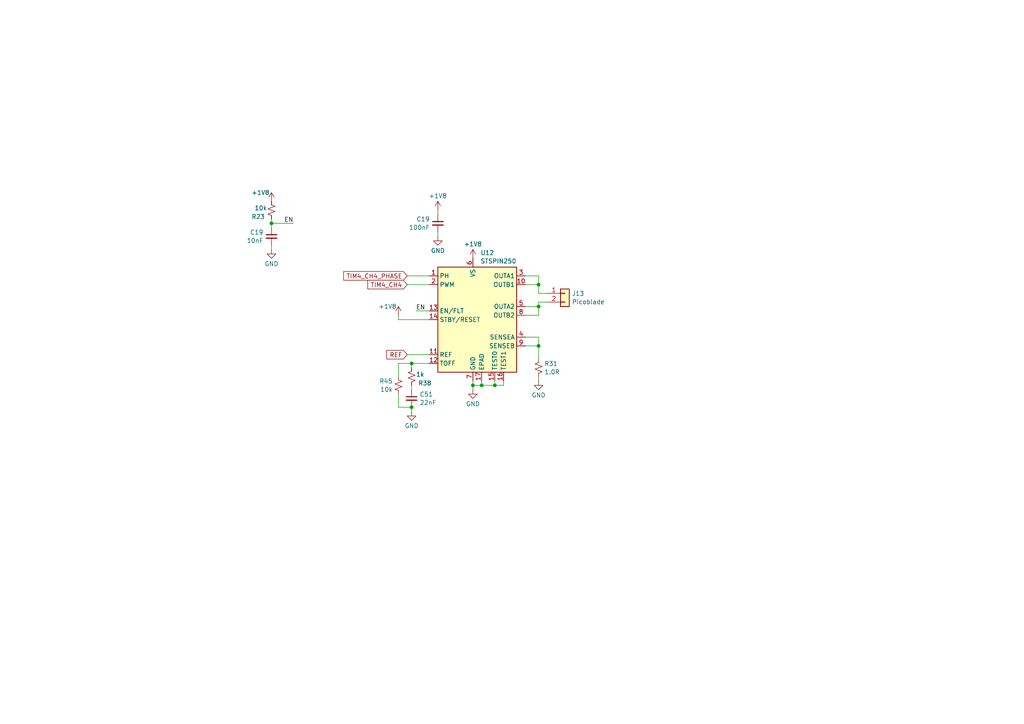
<source format=kicad_sch>
(kicad_sch (version 20230121) (generator eeschema)

  (uuid d3ae3c29-a710-4f7b-94c4-9f99cb159c5b)

  (paper "A4")

  (lib_symbols
    (symbol "Connector_Generic:Conn_01x02" (pin_names (offset 1.016) hide) (in_bom yes) (on_board yes)
      (property "Reference" "J" (at 0 2.54 0)
        (effects (font (size 1.27 1.27)))
      )
      (property "Value" "Conn_01x02" (at 0 -5.08 0)
        (effects (font (size 1.27 1.27)))
      )
      (property "Footprint" "" (at 0 0 0)
        (effects (font (size 1.27 1.27)) hide)
      )
      (property "Datasheet" "~" (at 0 0 0)
        (effects (font (size 1.27 1.27)) hide)
      )
      (property "ki_keywords" "connector" (at 0 0 0)
        (effects (font (size 1.27 1.27)) hide)
      )
      (property "ki_description" "Generic connector, single row, 01x02, script generated (kicad-library-utils/schlib/autogen/connector/)" (at 0 0 0)
        (effects (font (size 1.27 1.27)) hide)
      )
      (property "ki_fp_filters" "Connector*:*_1x??_*" (at 0 0 0)
        (effects (font (size 1.27 1.27)) hide)
      )
      (symbol "Conn_01x02_1_1"
        (rectangle (start -1.27 -2.413) (end 0 -2.667)
          (stroke (width 0.1524) (type default))
          (fill (type none))
        )
        (rectangle (start -1.27 0.127) (end 0 -0.127)
          (stroke (width 0.1524) (type default))
          (fill (type none))
        )
        (rectangle (start -1.27 1.27) (end 1.27 -3.81)
          (stroke (width 0.254) (type default))
          (fill (type background))
        )
        (pin passive line (at -5.08 0 0) (length 3.81)
          (name "Pin_1" (effects (font (size 1.27 1.27))))
          (number "1" (effects (font (size 1.27 1.27))))
        )
        (pin passive line (at -5.08 -2.54 0) (length 3.81)
          (name "Pin_2" (effects (font (size 1.27 1.27))))
          (number "2" (effects (font (size 1.27 1.27))))
        )
      )
    )
    (symbol "Device:C_Small" (pin_numbers hide) (pin_names (offset 0.254) hide) (in_bom yes) (on_board yes)
      (property "Reference" "C" (at 0.254 1.778 0)
        (effects (font (size 1.27 1.27)) (justify left))
      )
      (property "Value" "C_Small" (at 0.254 -2.032 0)
        (effects (font (size 1.27 1.27)) (justify left))
      )
      (property "Footprint" "" (at 0 0 0)
        (effects (font (size 1.27 1.27)) hide)
      )
      (property "Datasheet" "~" (at 0 0 0)
        (effects (font (size 1.27 1.27)) hide)
      )
      (property "ki_keywords" "capacitor cap" (at 0 0 0)
        (effects (font (size 1.27 1.27)) hide)
      )
      (property "ki_description" "Unpolarized capacitor, small symbol" (at 0 0 0)
        (effects (font (size 1.27 1.27)) hide)
      )
      (property "ki_fp_filters" "C_*" (at 0 0 0)
        (effects (font (size 1.27 1.27)) hide)
      )
      (symbol "C_Small_0_1"
        (polyline
          (pts
            (xy -1.524 -0.508)
            (xy 1.524 -0.508)
          )
          (stroke (width 0.3302) (type default))
          (fill (type none))
        )
        (polyline
          (pts
            (xy -1.524 0.508)
            (xy 1.524 0.508)
          )
          (stroke (width 0.3048) (type default))
          (fill (type none))
        )
      )
      (symbol "C_Small_1_1"
        (pin passive line (at 0 2.54 270) (length 2.032)
          (name "~" (effects (font (size 1.27 1.27))))
          (number "1" (effects (font (size 1.27 1.27))))
        )
        (pin passive line (at 0 -2.54 90) (length 2.032)
          (name "~" (effects (font (size 1.27 1.27))))
          (number "2" (effects (font (size 1.27 1.27))))
        )
      )
    )
    (symbol "Device:R_Small_US" (pin_numbers hide) (pin_names (offset 0.254) hide) (in_bom yes) (on_board yes)
      (property "Reference" "R" (at 0.762 0.508 0)
        (effects (font (size 1.27 1.27)) (justify left))
      )
      (property "Value" "R_Small_US" (at 0.762 -1.016 0)
        (effects (font (size 1.27 1.27)) (justify left))
      )
      (property "Footprint" "" (at 0 0 0)
        (effects (font (size 1.27 1.27)) hide)
      )
      (property "Datasheet" "~" (at 0 0 0)
        (effects (font (size 1.27 1.27)) hide)
      )
      (property "ki_keywords" "r resistor" (at 0 0 0)
        (effects (font (size 1.27 1.27)) hide)
      )
      (property "ki_description" "Resistor, small US symbol" (at 0 0 0)
        (effects (font (size 1.27 1.27)) hide)
      )
      (property "ki_fp_filters" "R_*" (at 0 0 0)
        (effects (font (size 1.27 1.27)) hide)
      )
      (symbol "R_Small_US_1_1"
        (polyline
          (pts
            (xy 0 0)
            (xy 1.016 -0.381)
            (xy 0 -0.762)
            (xy -1.016 -1.143)
            (xy 0 -1.524)
          )
          (stroke (width 0) (type default))
          (fill (type none))
        )
        (polyline
          (pts
            (xy 0 1.524)
            (xy 1.016 1.143)
            (xy 0 0.762)
            (xy -1.016 0.381)
            (xy 0 0)
          )
          (stroke (width 0) (type default))
          (fill (type none))
        )
        (pin passive line (at 0 2.54 270) (length 1.016)
          (name "~" (effects (font (size 1.27 1.27))))
          (number "1" (effects (font (size 1.27 1.27))))
        )
        (pin passive line (at 0 -2.54 90) (length 1.016)
          (name "~" (effects (font (size 1.27 1.27))))
          (number "2" (effects (font (size 1.27 1.27))))
        )
      )
    )
    (symbol "components_2:STSPIN250" (in_bom yes) (on_board yes)
      (property "Reference" "U" (at 6.35 21.59 0)
        (effects (font (size 1.27 1.27)))
      )
      (property "Value" "STSPIN250" (at 11.43 19.05 0)
        (effects (font (size 1.27 1.27)))
      )
      (property "Footprint" "" (at 0 24.13 0)
        (effects (font (size 1.27 1.27)) hide)
      )
      (property "Datasheet" "" (at 0 24.13 0)
        (effects (font (size 1.27 1.27)) hide)
      )
      (symbol "STSPIN250_0_1"
        (rectangle (start -10.16 15.24) (end 12.7 -15.24)
          (stroke (width 0.254) (type default))
          (fill (type background))
        )
      )
      (symbol "STSPIN250_1_1"
        (pin input line (at -12.7 12.7 0) (length 2.54)
          (name "PH" (effects (font (size 1.27 1.27))))
          (number "1" (effects (font (size 1.27 1.27))))
        )
        (pin power_out line (at 15.24 10.16 180) (length 2.54)
          (name "OUTB1" (effects (font (size 1.27 1.27))))
          (number "10" (effects (font (size 1.27 1.27))))
        )
        (pin input line (at -12.7 -10.16 0) (length 2.54)
          (name "REF" (effects (font (size 1.27 1.27))))
          (number "11" (effects (font (size 1.27 1.27))))
        )
        (pin input line (at -12.7 -12.7 0) (length 2.54)
          (name "TOFF" (effects (font (size 1.27 1.27))))
          (number "12" (effects (font (size 1.27 1.27))))
        )
        (pin bidirectional line (at -12.7 2.54 0) (length 2.54)
          (name "EN/FLT" (effects (font (size 1.27 1.27))))
          (number "13" (effects (font (size 1.27 1.27))))
        )
        (pin input line (at -12.7 0 0) (length 2.54)
          (name "STBY/RESET" (effects (font (size 1.27 1.27))))
          (number "14" (effects (font (size 1.27 1.27))))
        )
        (pin input line (at 6.35 -17.78 90) (length 2.54)
          (name "TEST0" (effects (font (size 1.27 1.27))))
          (number "15" (effects (font (size 1.27 1.27))))
        )
        (pin input line (at 8.89 -17.78 90) (length 2.54)
          (name "TEST1" (effects (font (size 1.27 1.27))))
          (number "16" (effects (font (size 1.27 1.27))))
        )
        (pin power_in line (at 2.54 -17.78 90) (length 2.54)
          (name "EPAD" (effects (font (size 1.27 1.27))))
          (number "17" (effects (font (size 1.27 1.27))))
        )
        (pin input line (at -12.7 10.16 0) (length 2.54)
          (name "PWM" (effects (font (size 1.27 1.27))))
          (number "2" (effects (font (size 1.27 1.27))))
        )
        (pin power_out line (at 15.24 12.7 180) (length 2.54)
          (name "OUTA1" (effects (font (size 1.27 1.27))))
          (number "3" (effects (font (size 1.27 1.27))))
        )
        (pin power_out line (at 15.24 -5.08 180) (length 2.54)
          (name "SENSEA" (effects (font (size 1.27 1.27))))
          (number "4" (effects (font (size 1.27 1.27))))
        )
        (pin power_out line (at 15.24 3.81 180) (length 2.54)
          (name "OUTA2" (effects (font (size 1.27 1.27))))
          (number "5" (effects (font (size 1.27 1.27))))
        )
        (pin power_in line (at 0 17.78 270) (length 2.54)
          (name "VS" (effects (font (size 1.27 1.27))))
          (number "6" (effects (font (size 1.27 1.27))))
        )
        (pin power_in line (at 0 -17.78 90) (length 2.54)
          (name "GND" (effects (font (size 1.27 1.27))))
          (number "7" (effects (font (size 1.27 1.27))))
        )
        (pin power_out line (at 15.24 1.27 180) (length 2.54)
          (name "OUTB2" (effects (font (size 1.27 1.27))))
          (number "8" (effects (font (size 1.27 1.27))))
        )
        (pin power_out line (at 15.24 -7.62 180) (length 2.54)
          (name "SENSEB" (effects (font (size 1.27 1.27))))
          (number "9" (effects (font (size 1.27 1.27))))
        )
      )
    )
    (symbol "power:+1V8" (power) (pin_names (offset 0)) (in_bom yes) (on_board yes)
      (property "Reference" "#PWR" (at 0 -3.81 0)
        (effects (font (size 1.27 1.27)) hide)
      )
      (property "Value" "+1V8" (at 0 3.556 0)
        (effects (font (size 1.27 1.27)))
      )
      (property "Footprint" "" (at 0 0 0)
        (effects (font (size 1.27 1.27)) hide)
      )
      (property "Datasheet" "" (at 0 0 0)
        (effects (font (size 1.27 1.27)) hide)
      )
      (property "ki_keywords" "global power" (at 0 0 0)
        (effects (font (size 1.27 1.27)) hide)
      )
      (property "ki_description" "Power symbol creates a global label with name \"+1V8\"" (at 0 0 0)
        (effects (font (size 1.27 1.27)) hide)
      )
      (symbol "+1V8_0_1"
        (polyline
          (pts
            (xy -0.762 1.27)
            (xy 0 2.54)
          )
          (stroke (width 0) (type default))
          (fill (type none))
        )
        (polyline
          (pts
            (xy 0 0)
            (xy 0 2.54)
          )
          (stroke (width 0) (type default))
          (fill (type none))
        )
        (polyline
          (pts
            (xy 0 2.54)
            (xy 0.762 1.27)
          )
          (stroke (width 0) (type default))
          (fill (type none))
        )
      )
      (symbol "+1V8_1_1"
        (pin power_in line (at 0 0 90) (length 0) hide
          (name "+1V8" (effects (font (size 1.27 1.27))))
          (number "1" (effects (font (size 1.27 1.27))))
        )
      )
    )
    (symbol "power:GND" (power) (pin_names (offset 0)) (in_bom yes) (on_board yes)
      (property "Reference" "#PWR" (at 0 -6.35 0)
        (effects (font (size 1.27 1.27)) hide)
      )
      (property "Value" "GND" (at 0 -3.81 0)
        (effects (font (size 1.27 1.27)))
      )
      (property "Footprint" "" (at 0 0 0)
        (effects (font (size 1.27 1.27)) hide)
      )
      (property "Datasheet" "" (at 0 0 0)
        (effects (font (size 1.27 1.27)) hide)
      )
      (property "ki_keywords" "global power" (at 0 0 0)
        (effects (font (size 1.27 1.27)) hide)
      )
      (property "ki_description" "Power symbol creates a global label with name \"GND\" , ground" (at 0 0 0)
        (effects (font (size 1.27 1.27)) hide)
      )
      (symbol "GND_0_1"
        (polyline
          (pts
            (xy 0 0)
            (xy 0 -1.27)
            (xy 1.27 -1.27)
            (xy 0 -2.54)
            (xy -1.27 -1.27)
            (xy 0 -1.27)
          )
          (stroke (width 0) (type default))
          (fill (type none))
        )
      )
      (symbol "GND_1_1"
        (pin power_in line (at 0 0 270) (length 0) hide
          (name "GND" (effects (font (size 1.27 1.27))))
          (number "1" (effects (font (size 1.27 1.27))))
        )
      )
    )
  )

  (junction (at 156.21 88.9) (diameter 0) (color 0 0 0 0)
    (uuid 434cb4db-e008-497a-ac75-29356549856d)
  )
  (junction (at 156.21 82.55) (diameter 0) (color 0 0 0 0)
    (uuid 73c65292-b353-4b6d-8478-edeff7afb8c7)
  )
  (junction (at 119.38 118.11) (diameter 0) (color 0 0 0 0)
    (uuid 94b6b8c9-8047-4795-9a9c-fb7cd95c839f)
  )
  (junction (at 156.21 100.33) (diameter 0) (color 0 0 0 0)
    (uuid a7a6fb4e-42d6-42a7-bbf0-d6c88e0348fa)
  )
  (junction (at 143.51 111.76) (diameter 0) (color 0 0 0 0)
    (uuid b3b1cf1f-3840-4d7e-9047-79997c3d87d6)
  )
  (junction (at 137.16 111.76) (diameter 0) (color 0 0 0 0)
    (uuid cbccabf5-514d-4f33-a5e2-8afd2e5196d0)
  )
  (junction (at 78.74 64.77) (diameter 0) (color 0 0 0 0)
    (uuid e2a74cca-702f-45eb-92fe-ff90413b859d)
  )
  (junction (at 119.38 105.41) (diameter 0) (color 0 0 0 0)
    (uuid e8e8b19e-38ee-46f6-abe7-2eb9415a0c45)
  )
  (junction (at 139.7 111.76) (diameter 0) (color 0 0 0 0)
    (uuid ef668624-f822-4384-8bde-da48dda47b2b)
  )

  (wire (pts (xy 158.75 87.63) (xy 156.21 87.63))
    (stroke (width 0) (type default))
    (uuid 03cd1acd-860c-41b6-a0cf-6e5051d36e0a)
  )
  (wire (pts (xy 119.38 119.38) (xy 119.38 118.11))
    (stroke (width 0) (type default))
    (uuid 0b449ecc-9c82-4820-8698-d2d4d1a6b484)
  )
  (wire (pts (xy 152.4 91.44) (xy 156.21 91.44))
    (stroke (width 0) (type default))
    (uuid 0eadbab4-a729-4a40-b7f8-df60fec4a64f)
  )
  (wire (pts (xy 115.57 92.71) (xy 124.46 92.71))
    (stroke (width 0) (type default))
    (uuid 0f466d35-9b0b-4ceb-b8cd-ea19adb3e898)
  )
  (wire (pts (xy 78.74 71.12) (xy 78.74 72.39))
    (stroke (width 0) (type default))
    (uuid 0fcb9cc1-cb7e-4afc-ad5f-16e8d10f8493)
  )
  (wire (pts (xy 143.51 111.76) (xy 143.51 110.49))
    (stroke (width 0) (type default))
    (uuid 19da91f9-6a5f-48be-9fcf-aa2467619f8e)
  )
  (wire (pts (xy 156.21 100.33) (xy 156.21 104.14))
    (stroke (width 0) (type default))
    (uuid 1b9f4e11-f494-4182-b389-bc772a267783)
  )
  (wire (pts (xy 115.57 105.41) (xy 119.38 105.41))
    (stroke (width 0) (type default))
    (uuid 20724527-7776-4670-b0cc-9f7d650e952e)
  )
  (wire (pts (xy 156.21 97.79) (xy 156.21 100.33))
    (stroke (width 0) (type default))
    (uuid 23522f3e-82c7-4660-bf36-698bed9ff747)
  )
  (wire (pts (xy 115.57 105.41) (xy 115.57 109.22))
    (stroke (width 0) (type default))
    (uuid 266f7f8c-85f0-4bfc-ac14-3e43d1278dbb)
  )
  (wire (pts (xy 118.11 102.87) (xy 124.46 102.87))
    (stroke (width 0) (type default))
    (uuid 281cc014-5e66-4632-bf75-9540f4ceba37)
  )
  (wire (pts (xy 139.7 111.76) (xy 143.51 111.76))
    (stroke (width 0) (type default))
    (uuid 2c7a6d3a-27d4-47e9-a4c8-a2f54c3346dd)
  )
  (wire (pts (xy 115.57 91.44) (xy 115.57 92.71))
    (stroke (width 0) (type default))
    (uuid 2e373b68-696b-43be-8c67-9f63ce48e298)
  )
  (wire (pts (xy 119.38 111.76) (xy 119.38 113.03))
    (stroke (width 0) (type default))
    (uuid 2e7aa4f7-2f59-45c0-9c9e-df1fa5d386ac)
  )
  (wire (pts (xy 156.21 88.9) (xy 156.21 91.44))
    (stroke (width 0) (type default))
    (uuid 445ea813-6607-4352-8695-0473fe659a8a)
  )
  (wire (pts (xy 137.16 111.76) (xy 137.16 113.03))
    (stroke (width 0) (type default))
    (uuid 45a19862-9131-4617-be6d-7f257a3c5054)
  )
  (wire (pts (xy 139.7 111.76) (xy 139.7 110.49))
    (stroke (width 0) (type default))
    (uuid 487c0dd1-8201-4f33-b8f2-393144b038f8)
  )
  (wire (pts (xy 146.05 111.76) (xy 146.05 110.49))
    (stroke (width 0) (type default))
    (uuid 4ce01599-ccbc-4594-b42d-d099858787a8)
  )
  (wire (pts (xy 137.16 110.49) (xy 137.16 111.76))
    (stroke (width 0) (type default))
    (uuid 603a7429-cd78-4607-ab5d-caf3dfa7385e)
  )
  (wire (pts (xy 156.21 85.09) (xy 158.75 85.09))
    (stroke (width 0) (type default))
    (uuid 6d3e1bae-fd32-4e05-b28b-78396ec183c2)
  )
  (wire (pts (xy 127 67.31) (xy 127 68.58))
    (stroke (width 0) (type default))
    (uuid 78851fe2-9688-4dbc-9a81-e27ce981c1f3)
  )
  (wire (pts (xy 156.21 82.55) (xy 156.21 85.09))
    (stroke (width 0) (type default))
    (uuid 815d45b0-8540-4fa8-8a69-4ab3476e3638)
  )
  (wire (pts (xy 152.4 82.55) (xy 156.21 82.55))
    (stroke (width 0) (type default))
    (uuid 911ea3c5-c522-48e4-b8b7-ffe02eb55a93)
  )
  (wire (pts (xy 143.51 111.76) (xy 146.05 111.76))
    (stroke (width 0) (type default))
    (uuid 91d6b792-46f7-47f9-91e4-44f1397bc96d)
  )
  (wire (pts (xy 152.4 97.79) (xy 156.21 97.79))
    (stroke (width 0) (type default))
    (uuid a13d80eb-dd9f-4a70-b224-482e1c96e3df)
  )
  (wire (pts (xy 156.21 88.9) (xy 152.4 88.9))
    (stroke (width 0) (type default))
    (uuid a660deba-e634-41a5-9be9-1acdd54ca362)
  )
  (wire (pts (xy 152.4 100.33) (xy 156.21 100.33))
    (stroke (width 0) (type default))
    (uuid b7184f51-76fc-4818-af53-3af825e81bd1)
  )
  (wire (pts (xy 118.11 82.55) (xy 124.46 82.55))
    (stroke (width 0) (type default))
    (uuid beb73f5a-3cc5-4d17-ac73-106716312a1a)
  )
  (wire (pts (xy 115.57 118.11) (xy 119.38 118.11))
    (stroke (width 0) (type default))
    (uuid c318da2f-fddf-4636-993e-5bc7cca1beac)
  )
  (wire (pts (xy 78.74 64.77) (xy 85.09 64.77))
    (stroke (width 0) (type default))
    (uuid c825313c-4e5f-4550-8c7d-438a8b30970e)
  )
  (wire (pts (xy 118.11 80.01) (xy 124.46 80.01))
    (stroke (width 0) (type default))
    (uuid cfafb071-f018-4da9-a510-b0b409e26334)
  )
  (wire (pts (xy 156.21 80.01) (xy 156.21 82.55))
    (stroke (width 0) (type default))
    (uuid df2ba190-63ee-43e9-80ec-603bc7b1877f)
  )
  (wire (pts (xy 78.74 63.5) (xy 78.74 64.77))
    (stroke (width 0) (type default))
    (uuid e1638eb2-2aab-4c4c-b299-8344cba771a8)
  )
  (wire (pts (xy 137.16 111.76) (xy 139.7 111.76))
    (stroke (width 0) (type default))
    (uuid e3059f48-6eba-4772-a1e5-7160201bb03c)
  )
  (wire (pts (xy 78.74 64.77) (xy 78.74 66.04))
    (stroke (width 0) (type default))
    (uuid e4d88dc3-1434-4880-808a-5e3c859b11cd)
  )
  (wire (pts (xy 120.65 90.17) (xy 124.46 90.17))
    (stroke (width 0) (type default))
    (uuid e9a31b84-fa76-47dc-b181-4530f0359c14)
  )
  (wire (pts (xy 156.21 109.22) (xy 156.21 110.49))
    (stroke (width 0) (type default))
    (uuid eb020714-22ff-400a-b95c-78631cd48784)
  )
  (wire (pts (xy 119.38 105.41) (xy 119.38 106.68))
    (stroke (width 0) (type default))
    (uuid f1eb8655-58c5-4a22-8f79-c4cc1f1bf9d1)
  )
  (wire (pts (xy 127 60.96) (xy 127 62.23))
    (stroke (width 0) (type default))
    (uuid f720122c-4380-418b-9614-9675d2e484e4)
  )
  (wire (pts (xy 115.57 114.3) (xy 115.57 118.11))
    (stroke (width 0) (type default))
    (uuid f7316a7e-2476-4819-8fb7-96fb7a77e1e5)
  )
  (wire (pts (xy 119.38 105.41) (xy 124.46 105.41))
    (stroke (width 0) (type default))
    (uuid f7a28afd-0294-4a52-a35d-87b0cb052b0f)
  )
  (wire (pts (xy 156.21 87.63) (xy 156.21 88.9))
    (stroke (width 0) (type default))
    (uuid fd07932c-b6c9-4dc1-bdde-48111e3bddea)
  )
  (wire (pts (xy 152.4 80.01) (xy 156.21 80.01))
    (stroke (width 0) (type default))
    (uuid fd3999ed-52e0-460b-b2ea-b4287d468792)
  )

  (label "EN" (at 85.09 64.77 180) (fields_autoplaced)
    (effects (font (size 1.27 1.27)) (justify right bottom))
    (uuid 4c47680d-d3ea-4c26-ab63-8878d41849f8)
  )
  (label "EN" (at 120.65 90.17 0) (fields_autoplaced)
    (effects (font (size 1.27 1.27)) (justify left bottom))
    (uuid cc3ae181-a2dc-4730-89a8-d239b9afe088)
  )

  (global_label "TIM4_CH4_PHASE" (shape input) (at 118.11 80.01 180) (fields_autoplaced)
    (effects (font (size 1.27 1.27)) (justify right))
    (uuid 0c5666b6-b6c0-4ec5-a76a-114d57f30141)
    (property "Intersheetrefs" "${INTERSHEET_REFS}" (at 99.0987 80.01 0)
      (effects (font (size 1.27 1.27)) (justify right) hide)
    )
  )
  (global_label "REF" (shape input) (at 118.11 102.87 180) (fields_autoplaced)
    (effects (font (size 1.27 1.27)) (justify right))
    (uuid 5601d01c-9d08-4818-b5f9-fd3da65ac3c3)
    (property "Intersheetrefs" "${INTERSHEET_REFS}" (at 111.6172 102.87 0)
      (effects (font (size 1.27 1.27)) (justify right) hide)
    )
  )
  (global_label "TIM4_CH4" (shape input) (at 118.11 82.55 180) (fields_autoplaced)
    (effects (font (size 1.27 1.27)) (justify right))
    (uuid 69034207-4495-4c2a-be2e-18758940fe6b)
    (property "Intersheetrefs" "${INTERSHEET_REFS}" (at 106.1139 82.55 0)
      (effects (font (size 1.27 1.27)) (justify right) hide)
    )
  )

  (symbol (lib_id "components_2:STSPIN250") (at 137.16 92.71 0) (unit 1)
    (in_bom yes) (on_board yes) (dnp no) (fields_autoplaced)
    (uuid 19eeca92-6ca8-4a31-b672-8fde65669788)
    (property "Reference" "U12" (at 139.3541 73.3257 0)
      (effects (font (size 1.27 1.27)) (justify left))
    )
    (property "Value" "STSPIN250" (at 139.3541 75.7499 0)
      (effects (font (size 1.27 1.27)) (justify left))
    )
    (property "Footprint" "Ultra_librarian:VFQFPN16_STSPIN_STM" (at 137.16 68.58 0)
      (effects (font (size 1.27 1.27)) hide)
    )
    (property "Datasheet" "" (at 137.16 68.58 0)
      (effects (font (size 1.27 1.27)) hide)
    )
    (property "LCSC" "C155561" (at 137.16 92.71 0)
      (effects (font (size 1.27 1.27)) hide)
    )
    (pin "1" (uuid e46c6c14-ad89-41e7-8adc-19629b9363a5))
    (pin "10" (uuid 97811da0-6c20-4a56-8acc-ede948d652a4))
    (pin "11" (uuid 6cd8da83-5e41-42b5-9795-1502d753ce59))
    (pin "12" (uuid 5072d2bc-849c-45b0-86a6-f246efd8c396))
    (pin "13" (uuid 4e2c5edb-598c-4673-981e-bcf1a29386c7))
    (pin "14" (uuid ed236e16-818c-40c0-8947-e853eeccb1af))
    (pin "15" (uuid 027bc0af-25d8-4ee4-b50a-e4daa7fb83c4))
    (pin "16" (uuid 1f78152d-2d05-4851-8d13-4c6d33a2c056))
    (pin "17" (uuid 2a41c778-4014-4d8b-a467-265f45364098))
    (pin "2" (uuid d0ed151e-5bd0-4e9e-9f18-83566a9c2c95))
    (pin "3" (uuid e5cded07-f179-4277-acae-df617063fae1))
    (pin "4" (uuid 7dcbdaa4-9ce3-441b-bc2b-1453d2e23489))
    (pin "5" (uuid 73c7dc44-4717-45ba-9c72-8d83ddba3050))
    (pin "6" (uuid b625d927-c8b1-4d35-b443-f77956de00b2))
    (pin "7" (uuid fac90f5f-7773-4d00-a29d-cf122037bab4))
    (pin "8" (uuid a5d3c886-c924-40c6-89f2-10d7a9adb180))
    (pin "9" (uuid 917c6d82-403f-49be-8bb7-e6186ace1d0d))
    (instances
      (project "KASM_PCB_REV1"
        (path "/bcd76057-59fd-41c5-bb52-9bafb2ef74e0/04e958db-aa3d-41e7-905b-1283accbf3a5"
          (reference "U12") (unit 1)
        )
        (path "/bcd76057-59fd-41c5-bb52-9bafb2ef74e0/04e958db-aa3d-41e7-905b-1283accbf3a5/18dc00ae-3159-4780-b672-12977f79e5ac"
          (reference "U5") (unit 1)
        )
        (path "/bcd76057-59fd-41c5-bb52-9bafb2ef74e0/04e958db-aa3d-41e7-905b-1283accbf3a5/0e4a8bf2-0dd0-4daf-93f5-21aaab6e9079"
          (reference "U12") (unit 1)
        )
        (path "/bcd76057-59fd-41c5-bb52-9bafb2ef74e0/04e958db-aa3d-41e7-905b-1283accbf3a5/fa3e3175-0ec2-4c23-918b-18b69f6d22c9"
          (reference "U7") (unit 1)
        )
        (path "/bcd76057-59fd-41c5-bb52-9bafb2ef74e0/04e958db-aa3d-41e7-905b-1283accbf3a5/5eb57887-e81e-4477-9dd7-7aacc0de0d0b"
          (reference "U34") (unit 1)
        )
        (path "/bcd76057-59fd-41c5-bb52-9bafb2ef74e0/04e958db-aa3d-41e7-905b-1283accbf3a5/e0928f68-e618-4bed-a90d-d4217e4537fe"
          (reference "U35") (unit 1)
        )
        (path "/bcd76057-59fd-41c5-bb52-9bafb2ef74e0/04e958db-aa3d-41e7-905b-1283accbf3a5/035548b8-a31f-4ce4-88ad-eb25e49c8086"
          (reference "U36") (unit 1)
        )
        (path "/bcd76057-59fd-41c5-bb52-9bafb2ef74e0/04e958db-aa3d-41e7-905b-1283accbf3a5/ea7abcee-3bcc-4e0d-ba1f-bfc5afeaff56"
          (reference "U37") (unit 1)
        )
        (path "/bcd76057-59fd-41c5-bb52-9bafb2ef74e0/04e958db-aa3d-41e7-905b-1283accbf3a5/d43b2610-0e88-49f5-accf-91021c3a3747"
          (reference "U38") (unit 1)
        )
        (path "/bcd76057-59fd-41c5-bb52-9bafb2ef74e0/04e958db-aa3d-41e7-905b-1283accbf3a5/183aa310-3222-4137-baac-257f5699b820"
          (reference "U39") (unit 1)
        )
        (path "/bcd76057-59fd-41c5-bb52-9bafb2ef74e0/04e958db-aa3d-41e7-905b-1283accbf3a5/517c7ed0-094c-4bf8-893e-b74da427973a"
          (reference "U40") (unit 1)
        )
        (path "/bcd76057-59fd-41c5-bb52-9bafb2ef74e0/04e958db-aa3d-41e7-905b-1283accbf3a5/31bee4a8-b94d-44ab-a7b7-0e5ab7943934"
          (reference "U41") (unit 1)
        )
        (path "/bcd76057-59fd-41c5-bb52-9bafb2ef74e0/04e958db-aa3d-41e7-905b-1283accbf3a5/3c7f0f67-84e4-46e0-ae69-a3c8008fc518"
          (reference "U42") (unit 1)
        )
        (path "/bcd76057-59fd-41c5-bb52-9bafb2ef74e0/04e958db-aa3d-41e7-905b-1283accbf3a5/09624144-9abc-4214-b8b3-19be92fa01bb"
          (reference "U43") (unit 1)
        )
        (path "/bcd76057-59fd-41c5-bb52-9bafb2ef74e0/04e958db-aa3d-41e7-905b-1283accbf3a5/debcf873-ffd9-4218-a838-354e10f40114"
          (reference "U44") (unit 1)
        )
        (path "/bcd76057-59fd-41c5-bb52-9bafb2ef74e0/04e958db-aa3d-41e7-905b-1283accbf3a5/d282b751-7721-4014-b2b7-469980c2fd3d"
          (reference "U46") (unit 1)
        )
        (path "/bcd76057-59fd-41c5-bb52-9bafb2ef74e0/04e958db-aa3d-41e7-905b-1283accbf3a5/2f342150-1aa1-4808-811e-c8652a7360ed"
          (reference "U47") (unit 1)
        )
        (path "/bcd76057-59fd-41c5-bb52-9bafb2ef74e0/04e958db-aa3d-41e7-905b-1283accbf3a5/880b3b36-85e8-4c3c-aa09-491ac2842d9f"
          (reference "U48") (unit 1)
        )
        (path "/bcd76057-59fd-41c5-bb52-9bafb2ef74e0/04e958db-aa3d-41e7-905b-1283accbf3a5/a00a6dc6-5da7-4e1f-b4ec-6af8efc204f4"
          (reference "U49") (unit 1)
        )
        (path "/bcd76057-59fd-41c5-bb52-9bafb2ef74e0/04e958db-aa3d-41e7-905b-1283accbf3a5/fb97f32a-344e-42d0-80a3-2f30f649c95b"
          (reference "U50") (unit 1)
        )
        (path "/bcd76057-59fd-41c5-bb52-9bafb2ef74e0/04e958db-aa3d-41e7-905b-1283accbf3a5/758d2951-640e-4c88-be12-1a100eb086a5"
          (reference "U51") (unit 1)
        )
        (path "/bcd76057-59fd-41c5-bb52-9bafb2ef74e0/04e958db-aa3d-41e7-905b-1283accbf3a5/1e6d7f69-4122-453e-9254-d2339f5150d7"
          (reference "U52") (unit 1)
        )
        (path "/bcd76057-59fd-41c5-bb52-9bafb2ef74e0/04e958db-aa3d-41e7-905b-1283accbf3a5/cc8e9e82-b38f-4c96-81d0-3ca8ac77f771"
          (reference "U53") (unit 1)
        )
        (path "/bcd76057-59fd-41c5-bb52-9bafb2ef74e0/04e958db-aa3d-41e7-905b-1283accbf3a5/b1894ed9-6a63-4439-a2e8-1827c3e49ee7"
          (reference "U54") (unit 1)
        )
        (path "/bcd76057-59fd-41c5-bb52-9bafb2ef74e0/04e958db-aa3d-41e7-905b-1283accbf3a5/a49d49c7-da1f-4137-a620-bdc9f58595d1"
          (reference "U55") (unit 1)
        )
        (path "/bcd76057-59fd-41c5-bb52-9bafb2ef74e0/04e958db-aa3d-41e7-905b-1283accbf3a5/80cd4e08-0efe-488f-8e92-54beb1b4d1f2"
          (reference "U56") (unit 1)
        )
        (path "/bcd76057-59fd-41c5-bb52-9bafb2ef74e0/04e958db-aa3d-41e7-905b-1283accbf3a5/317da025-5f62-4c93-8d06-7954e608af1c"
          (reference "U57") (unit 1)
        )
        (path "/bcd76057-59fd-41c5-bb52-9bafb2ef74e0/04e958db-aa3d-41e7-905b-1283accbf3a5/f3d20732-cdac-44e3-a331-3cd31b97ff57"
          (reference "U45") (unit 1)
        )
      )
    )
  )

  (symbol (lib_id "power:GND") (at 119.38 119.38 0) (unit 1)
    (in_bom yes) (on_board yes) (dnp no)
    (uuid 1b560aea-f1d1-4242-9055-9226e0b1f112)
    (property "Reference" "#PWR0113" (at 119.38 125.73 0)
      (effects (font (size 1.27 1.27)) hide)
    )
    (property "Value" "GND" (at 119.38 123.5131 0)
      (effects (font (size 1.27 1.27)))
    )
    (property "Footprint" "" (at 119.38 119.38 0)
      (effects (font (size 1.27 1.27)) hide)
    )
    (property "Datasheet" "" (at 119.38 119.38 0)
      (effects (font (size 1.27 1.27)) hide)
    )
    (pin "1" (uuid 4637a27a-c5c6-4311-b6dc-3fecae4bd51a))
    (instances
      (project "KASM_PCB_REV1"
        (path "/bcd76057-59fd-41c5-bb52-9bafb2ef74e0/04e958db-aa3d-41e7-905b-1283accbf3a5"
          (reference "#PWR0113") (unit 1)
        )
        (path "/bcd76057-59fd-41c5-bb52-9bafb2ef74e0/04e958db-aa3d-41e7-905b-1283accbf3a5/18dc00ae-3159-4780-b672-12977f79e5ac"
          (reference "#PWR0106") (unit 1)
        )
        (path "/bcd76057-59fd-41c5-bb52-9bafb2ef74e0/04e958db-aa3d-41e7-905b-1283accbf3a5/0e4a8bf2-0dd0-4daf-93f5-21aaab6e9079"
          (reference "#PWR0262") (unit 1)
        )
        (path "/bcd76057-59fd-41c5-bb52-9bafb2ef74e0/04e958db-aa3d-41e7-905b-1283accbf3a5/fa3e3175-0ec2-4c23-918b-18b69f6d22c9"
          (reference "#PWR0108") (unit 1)
        )
        (path "/bcd76057-59fd-41c5-bb52-9bafb2ef74e0/04e958db-aa3d-41e7-905b-1283accbf3a5/5eb57887-e81e-4477-9dd7-7aacc0de0d0b"
          (reference "#PWR0269") (unit 1)
        )
        (path "/bcd76057-59fd-41c5-bb52-9bafb2ef74e0/04e958db-aa3d-41e7-905b-1283accbf3a5/e0928f68-e618-4bed-a90d-d4217e4537fe"
          (reference "#PWR0276") (unit 1)
        )
        (path "/bcd76057-59fd-41c5-bb52-9bafb2ef74e0/04e958db-aa3d-41e7-905b-1283accbf3a5/035548b8-a31f-4ce4-88ad-eb25e49c8086"
          (reference "#PWR0283") (unit 1)
        )
        (path "/bcd76057-59fd-41c5-bb52-9bafb2ef74e0/04e958db-aa3d-41e7-905b-1283accbf3a5/ea7abcee-3bcc-4e0d-ba1f-bfc5afeaff56"
          (reference "#PWR0290") (unit 1)
        )
        (path "/bcd76057-59fd-41c5-bb52-9bafb2ef74e0/04e958db-aa3d-41e7-905b-1283accbf3a5/d43b2610-0e88-49f5-accf-91021c3a3747"
          (reference "#PWR0297") (unit 1)
        )
        (path "/bcd76057-59fd-41c5-bb52-9bafb2ef74e0/04e958db-aa3d-41e7-905b-1283accbf3a5/183aa310-3222-4137-baac-257f5699b820"
          (reference "#PWR0304") (unit 1)
        )
        (path "/bcd76057-59fd-41c5-bb52-9bafb2ef74e0/04e958db-aa3d-41e7-905b-1283accbf3a5/517c7ed0-094c-4bf8-893e-b74da427973a"
          (reference "#PWR0311") (unit 1)
        )
        (path "/bcd76057-59fd-41c5-bb52-9bafb2ef74e0/04e958db-aa3d-41e7-905b-1283accbf3a5/31bee4a8-b94d-44ab-a7b7-0e5ab7943934"
          (reference "#PWR0318") (unit 1)
        )
        (path "/bcd76057-59fd-41c5-bb52-9bafb2ef74e0/04e958db-aa3d-41e7-905b-1283accbf3a5/3c7f0f67-84e4-46e0-ae69-a3c8008fc518"
          (reference "#PWR0325") (unit 1)
        )
        (path "/bcd76057-59fd-41c5-bb52-9bafb2ef74e0/04e958db-aa3d-41e7-905b-1283accbf3a5/09624144-9abc-4214-b8b3-19be92fa01bb"
          (reference "#PWR0332") (unit 1)
        )
        (path "/bcd76057-59fd-41c5-bb52-9bafb2ef74e0/04e958db-aa3d-41e7-905b-1283accbf3a5/debcf873-ffd9-4218-a838-354e10f40114"
          (reference "#PWR0339") (unit 1)
        )
        (path "/bcd76057-59fd-41c5-bb52-9bafb2ef74e0/04e958db-aa3d-41e7-905b-1283accbf3a5/d282b751-7721-4014-b2b7-469980c2fd3d"
          (reference "#PWR0353") (unit 1)
        )
        (path "/bcd76057-59fd-41c5-bb52-9bafb2ef74e0/04e958db-aa3d-41e7-905b-1283accbf3a5/2f342150-1aa1-4808-811e-c8652a7360ed"
          (reference "#PWR0360") (unit 1)
        )
        (path "/bcd76057-59fd-41c5-bb52-9bafb2ef74e0/04e958db-aa3d-41e7-905b-1283accbf3a5/880b3b36-85e8-4c3c-aa09-491ac2842d9f"
          (reference "#PWR0367") (unit 1)
        )
        (path "/bcd76057-59fd-41c5-bb52-9bafb2ef74e0/04e958db-aa3d-41e7-905b-1283accbf3a5/a00a6dc6-5da7-4e1f-b4ec-6af8efc204f4"
          (reference "#PWR0374") (unit 1)
        )
        (path "/bcd76057-59fd-41c5-bb52-9bafb2ef74e0/04e958db-aa3d-41e7-905b-1283accbf3a5/fb97f32a-344e-42d0-80a3-2f30f649c95b"
          (reference "#PWR0381") (unit 1)
        )
        (path "/bcd76057-59fd-41c5-bb52-9bafb2ef74e0/04e958db-aa3d-41e7-905b-1283accbf3a5/758d2951-640e-4c88-be12-1a100eb086a5"
          (reference "#PWR0388") (unit 1)
        )
        (path "/bcd76057-59fd-41c5-bb52-9bafb2ef74e0/04e958db-aa3d-41e7-905b-1283accbf3a5/1e6d7f69-4122-453e-9254-d2339f5150d7"
          (reference "#PWR0395") (unit 1)
        )
        (path "/bcd76057-59fd-41c5-bb52-9bafb2ef74e0/04e958db-aa3d-41e7-905b-1283accbf3a5/cc8e9e82-b38f-4c96-81d0-3ca8ac77f771"
          (reference "#PWR0402") (unit 1)
        )
        (path "/bcd76057-59fd-41c5-bb52-9bafb2ef74e0/04e958db-aa3d-41e7-905b-1283accbf3a5/b1894ed9-6a63-4439-a2e8-1827c3e49ee7"
          (reference "#PWR0409") (unit 1)
        )
        (path "/bcd76057-59fd-41c5-bb52-9bafb2ef74e0/04e958db-aa3d-41e7-905b-1283accbf3a5/a49d49c7-da1f-4137-a620-bdc9f58595d1"
          (reference "#PWR0416") (unit 1)
        )
        (path "/bcd76057-59fd-41c5-bb52-9bafb2ef74e0/04e958db-aa3d-41e7-905b-1283accbf3a5/80cd4e08-0efe-488f-8e92-54beb1b4d1f2"
          (reference "#PWR0423") (unit 1)
        )
        (path "/bcd76057-59fd-41c5-bb52-9bafb2ef74e0/04e958db-aa3d-41e7-905b-1283accbf3a5/317da025-5f62-4c93-8d06-7954e608af1c"
          (reference "#PWR0430") (unit 1)
        )
        (path "/bcd76057-59fd-41c5-bb52-9bafb2ef74e0/04e958db-aa3d-41e7-905b-1283accbf3a5/f3d20732-cdac-44e3-a331-3cd31b97ff57"
          (reference "#PWR0346") (unit 1)
        )
      )
    )
  )

  (symbol (lib_id "Device:R_Small_US") (at 115.57 111.76 0) (unit 1)
    (in_bom yes) (on_board yes) (dnp no)
    (uuid 1c0f638b-f20f-4b2e-b1b4-83a656ba64a2)
    (property "Reference" "R45" (at 113.919 110.5479 0)
      (effects (font (size 1.27 1.27)) (justify right))
    )
    (property "Value" "10k" (at 113.919 112.9721 0)
      (effects (font (size 1.27 1.27)) (justify right))
    )
    (property "Footprint" "Resistor_SMD:R_0402_1005Metric" (at 115.57 111.76 0)
      (effects (font (size 1.27 1.27)) hide)
    )
    (property "Datasheet" "~" (at 115.57 111.76 0)
      (effects (font (size 1.27 1.27)) hide)
    )
    (property "LCSC" "C25744" (at 115.57 111.76 0)
      (effects (font (size 1.27 1.27)) hide)
    )
    (pin "1" (uuid 32b177db-daf9-4a6b-9c8f-4c4a6aa2c23e))
    (pin "2" (uuid 07fe93d4-1469-4ba6-a4b1-0eeff5425a0e))
    (instances
      (project "KASM_PCB_REV1"
        (path "/bcd76057-59fd-41c5-bb52-9bafb2ef74e0/04e958db-aa3d-41e7-905b-1283accbf3a5"
          (reference "R45") (unit 1)
        )
        (path "/bcd76057-59fd-41c5-bb52-9bafb2ef74e0/04e958db-aa3d-41e7-905b-1283accbf3a5/18dc00ae-3159-4780-b672-12977f79e5ac"
          (reference "R45") (unit 1)
        )
        (path "/bcd76057-59fd-41c5-bb52-9bafb2ef74e0/04e958db-aa3d-41e7-905b-1283accbf3a5/0e4a8bf2-0dd0-4daf-93f5-21aaab6e9079"
          (reference "R110") (unit 1)
        )
        (path "/bcd76057-59fd-41c5-bb52-9bafb2ef74e0/04e958db-aa3d-41e7-905b-1283accbf3a5/fa3e3175-0ec2-4c23-918b-18b69f6d22c9"
          (reference "R40") (unit 1)
        )
        (path "/bcd76057-59fd-41c5-bb52-9bafb2ef74e0/04e958db-aa3d-41e7-905b-1283accbf3a5/5eb57887-e81e-4477-9dd7-7aacc0de0d0b"
          (reference "R113") (unit 1)
        )
        (path "/bcd76057-59fd-41c5-bb52-9bafb2ef74e0/04e958db-aa3d-41e7-905b-1283accbf3a5/e0928f68-e618-4bed-a90d-d4217e4537fe"
          (reference "R116") (unit 1)
        )
        (path "/bcd76057-59fd-41c5-bb52-9bafb2ef74e0/04e958db-aa3d-41e7-905b-1283accbf3a5/035548b8-a31f-4ce4-88ad-eb25e49c8086"
          (reference "R119") (unit 1)
        )
        (path "/bcd76057-59fd-41c5-bb52-9bafb2ef74e0/04e958db-aa3d-41e7-905b-1283accbf3a5/ea7abcee-3bcc-4e0d-ba1f-bfc5afeaff56"
          (reference "R122") (unit 1)
        )
        (path "/bcd76057-59fd-41c5-bb52-9bafb2ef74e0/04e958db-aa3d-41e7-905b-1283accbf3a5/d43b2610-0e88-49f5-accf-91021c3a3747"
          (reference "R125") (unit 1)
        )
        (path "/bcd76057-59fd-41c5-bb52-9bafb2ef74e0/04e958db-aa3d-41e7-905b-1283accbf3a5/183aa310-3222-4137-baac-257f5699b820"
          (reference "R128") (unit 1)
        )
        (path "/bcd76057-59fd-41c5-bb52-9bafb2ef74e0/04e958db-aa3d-41e7-905b-1283accbf3a5/517c7ed0-094c-4bf8-893e-b74da427973a"
          (reference "R131") (unit 1)
        )
        (path "/bcd76057-59fd-41c5-bb52-9bafb2ef74e0/04e958db-aa3d-41e7-905b-1283accbf3a5/31bee4a8-b94d-44ab-a7b7-0e5ab7943934"
          (reference "R134") (unit 1)
        )
        (path "/bcd76057-59fd-41c5-bb52-9bafb2ef74e0/04e958db-aa3d-41e7-905b-1283accbf3a5/3c7f0f67-84e4-46e0-ae69-a3c8008fc518"
          (reference "R137") (unit 1)
        )
        (path "/bcd76057-59fd-41c5-bb52-9bafb2ef74e0/04e958db-aa3d-41e7-905b-1283accbf3a5/09624144-9abc-4214-b8b3-19be92fa01bb"
          (reference "R140") (unit 1)
        )
        (path "/bcd76057-59fd-41c5-bb52-9bafb2ef74e0/04e958db-aa3d-41e7-905b-1283accbf3a5/debcf873-ffd9-4218-a838-354e10f40114"
          (reference "R143") (unit 1)
        )
        (path "/bcd76057-59fd-41c5-bb52-9bafb2ef74e0/04e958db-aa3d-41e7-905b-1283accbf3a5/d282b751-7721-4014-b2b7-469980c2fd3d"
          (reference "R149") (unit 1)
        )
        (path "/bcd76057-59fd-41c5-bb52-9bafb2ef74e0/04e958db-aa3d-41e7-905b-1283accbf3a5/2f342150-1aa1-4808-811e-c8652a7360ed"
          (reference "R152") (unit 1)
        )
        (path "/bcd76057-59fd-41c5-bb52-9bafb2ef74e0/04e958db-aa3d-41e7-905b-1283accbf3a5/880b3b36-85e8-4c3c-aa09-491ac2842d9f"
          (reference "R155") (unit 1)
        )
        (path "/bcd76057-59fd-41c5-bb52-9bafb2ef74e0/04e958db-aa3d-41e7-905b-1283accbf3a5/a00a6dc6-5da7-4e1f-b4ec-6af8efc204f4"
          (reference "R158") (unit 1)
        )
        (path "/bcd76057-59fd-41c5-bb52-9bafb2ef74e0/04e958db-aa3d-41e7-905b-1283accbf3a5/fb97f32a-344e-42d0-80a3-2f30f649c95b"
          (reference "R161") (unit 1)
        )
        (path "/bcd76057-59fd-41c5-bb52-9bafb2ef74e0/04e958db-aa3d-41e7-905b-1283accbf3a5/758d2951-640e-4c88-be12-1a100eb086a5"
          (reference "R164") (unit 1)
        )
        (path "/bcd76057-59fd-41c5-bb52-9bafb2ef74e0/04e958db-aa3d-41e7-905b-1283accbf3a5/1e6d7f69-4122-453e-9254-d2339f5150d7"
          (reference "R167") (unit 1)
        )
        (path "/bcd76057-59fd-41c5-bb52-9bafb2ef74e0/04e958db-aa3d-41e7-905b-1283accbf3a5/cc8e9e82-b38f-4c96-81d0-3ca8ac77f771"
          (reference "R170") (unit 1)
        )
        (path "/bcd76057-59fd-41c5-bb52-9bafb2ef74e0/04e958db-aa3d-41e7-905b-1283accbf3a5/b1894ed9-6a63-4439-a2e8-1827c3e49ee7"
          (reference "R173") (unit 1)
        )
        (path "/bcd76057-59fd-41c5-bb52-9bafb2ef74e0/04e958db-aa3d-41e7-905b-1283accbf3a5/a49d49c7-da1f-4137-a620-bdc9f58595d1"
          (reference "R176") (unit 1)
        )
        (path "/bcd76057-59fd-41c5-bb52-9bafb2ef74e0/04e958db-aa3d-41e7-905b-1283accbf3a5/80cd4e08-0efe-488f-8e92-54beb1b4d1f2"
          (reference "R179") (unit 1)
        )
        (path "/bcd76057-59fd-41c5-bb52-9bafb2ef74e0/04e958db-aa3d-41e7-905b-1283accbf3a5/317da025-5f62-4c93-8d06-7954e608af1c"
          (reference "R182") (unit 1)
        )
        (path "/bcd76057-59fd-41c5-bb52-9bafb2ef74e0/04e958db-aa3d-41e7-905b-1283accbf3a5/f3d20732-cdac-44e3-a331-3cd31b97ff57"
          (reference "R146") (unit 1)
        )
      )
    )
  )

  (symbol (lib_id "Device:C_Small") (at 119.38 115.57 0) (unit 1)
    (in_bom yes) (on_board yes) (dnp no)
    (uuid 2782306e-b156-4b63-ae9d-a4809019075d)
    (property "Reference" "C51" (at 121.7041 114.3642 0)
      (effects (font (size 1.27 1.27)) (justify left))
    )
    (property "Value" "22nF" (at 121.7041 116.7884 0)
      (effects (font (size 1.27 1.27)) (justify left))
    )
    (property "Footprint" "Capacitor_SMD:C_0402_1005Metric" (at 119.38 115.57 0)
      (effects (font (size 1.27 1.27)) hide)
    )
    (property "Datasheet" "~" (at 119.38 115.57 0)
      (effects (font (size 1.27 1.27)) hide)
    )
    (property "LCSC" "C1532" (at 119.38 115.57 0)
      (effects (font (size 1.27 1.27)) hide)
    )
    (pin "1" (uuid 45cc038a-6790-4cfb-91c4-5c23167940f5))
    (pin "2" (uuid d4512f2d-7735-4fc1-a4ef-1aaab42564c2))
    (instances
      (project "KASM_PCB_REV1"
        (path "/bcd76057-59fd-41c5-bb52-9bafb2ef74e0/04e958db-aa3d-41e7-905b-1283accbf3a5"
          (reference "C51") (unit 1)
        )
        (path "/bcd76057-59fd-41c5-bb52-9bafb2ef74e0/04e958db-aa3d-41e7-905b-1283accbf3a5/18dc00ae-3159-4780-b672-12977f79e5ac"
          (reference "C51") (unit 1)
        )
        (path "/bcd76057-59fd-41c5-bb52-9bafb2ef74e0/04e958db-aa3d-41e7-905b-1283accbf3a5/0e4a8bf2-0dd0-4daf-93f5-21aaab6e9079"
          (reference "C95") (unit 1)
        )
        (path "/bcd76057-59fd-41c5-bb52-9bafb2ef74e0/04e958db-aa3d-41e7-905b-1283accbf3a5/fa3e3175-0ec2-4c23-918b-18b69f6d22c9"
          (reference "C46") (unit 1)
        )
        (path "/bcd76057-59fd-41c5-bb52-9bafb2ef74e0/04e958db-aa3d-41e7-905b-1283accbf3a5/5eb57887-e81e-4477-9dd7-7aacc0de0d0b"
          (reference "C97") (unit 1)
        )
        (path "/bcd76057-59fd-41c5-bb52-9bafb2ef74e0/04e958db-aa3d-41e7-905b-1283accbf3a5/e0928f68-e618-4bed-a90d-d4217e4537fe"
          (reference "C99") (unit 1)
        )
        (path "/bcd76057-59fd-41c5-bb52-9bafb2ef74e0/04e958db-aa3d-41e7-905b-1283accbf3a5/035548b8-a31f-4ce4-88ad-eb25e49c8086"
          (reference "C101") (unit 1)
        )
        (path "/bcd76057-59fd-41c5-bb52-9bafb2ef74e0/04e958db-aa3d-41e7-905b-1283accbf3a5/ea7abcee-3bcc-4e0d-ba1f-bfc5afeaff56"
          (reference "C103") (unit 1)
        )
        (path "/bcd76057-59fd-41c5-bb52-9bafb2ef74e0/04e958db-aa3d-41e7-905b-1283accbf3a5/d43b2610-0e88-49f5-accf-91021c3a3747"
          (reference "C105") (unit 1)
        )
        (path "/bcd76057-59fd-41c5-bb52-9bafb2ef74e0/04e958db-aa3d-41e7-905b-1283accbf3a5/183aa310-3222-4137-baac-257f5699b820"
          (reference "C107") (unit 1)
        )
        (path "/bcd76057-59fd-41c5-bb52-9bafb2ef74e0/04e958db-aa3d-41e7-905b-1283accbf3a5/517c7ed0-094c-4bf8-893e-b74da427973a"
          (reference "C109") (unit 1)
        )
        (path "/bcd76057-59fd-41c5-bb52-9bafb2ef74e0/04e958db-aa3d-41e7-905b-1283accbf3a5/31bee4a8-b94d-44ab-a7b7-0e5ab7943934"
          (reference "C111") (unit 1)
        )
        (path "/bcd76057-59fd-41c5-bb52-9bafb2ef74e0/04e958db-aa3d-41e7-905b-1283accbf3a5/3c7f0f67-84e4-46e0-ae69-a3c8008fc518"
          (reference "C113") (unit 1)
        )
        (path "/bcd76057-59fd-41c5-bb52-9bafb2ef74e0/04e958db-aa3d-41e7-905b-1283accbf3a5/09624144-9abc-4214-b8b3-19be92fa01bb"
          (reference "C115") (unit 1)
        )
        (path "/bcd76057-59fd-41c5-bb52-9bafb2ef74e0/04e958db-aa3d-41e7-905b-1283accbf3a5/debcf873-ffd9-4218-a838-354e10f40114"
          (reference "C117") (unit 1)
        )
        (path "/bcd76057-59fd-41c5-bb52-9bafb2ef74e0/04e958db-aa3d-41e7-905b-1283accbf3a5/d282b751-7721-4014-b2b7-469980c2fd3d"
          (reference "C121") (unit 1)
        )
        (path "/bcd76057-59fd-41c5-bb52-9bafb2ef74e0/04e958db-aa3d-41e7-905b-1283accbf3a5/2f342150-1aa1-4808-811e-c8652a7360ed"
          (reference "C123") (unit 1)
        )
        (path "/bcd76057-59fd-41c5-bb52-9bafb2ef74e0/04e958db-aa3d-41e7-905b-1283accbf3a5/880b3b36-85e8-4c3c-aa09-491ac2842d9f"
          (reference "C125") (unit 1)
        )
        (path "/bcd76057-59fd-41c5-bb52-9bafb2ef74e0/04e958db-aa3d-41e7-905b-1283accbf3a5/a00a6dc6-5da7-4e1f-b4ec-6af8efc204f4"
          (reference "C127") (unit 1)
        )
        (path "/bcd76057-59fd-41c5-bb52-9bafb2ef74e0/04e958db-aa3d-41e7-905b-1283accbf3a5/fb97f32a-344e-42d0-80a3-2f30f649c95b"
          (reference "C129") (unit 1)
        )
        (path "/bcd76057-59fd-41c5-bb52-9bafb2ef74e0/04e958db-aa3d-41e7-905b-1283accbf3a5/758d2951-640e-4c88-be12-1a100eb086a5"
          (reference "C131") (unit 1)
        )
        (path "/bcd76057-59fd-41c5-bb52-9bafb2ef74e0/04e958db-aa3d-41e7-905b-1283accbf3a5/1e6d7f69-4122-453e-9254-d2339f5150d7"
          (reference "C133") (unit 1)
        )
        (path "/bcd76057-59fd-41c5-bb52-9bafb2ef74e0/04e958db-aa3d-41e7-905b-1283accbf3a5/cc8e9e82-b38f-4c96-81d0-3ca8ac77f771"
          (reference "C135") (unit 1)
        )
        (path "/bcd76057-59fd-41c5-bb52-9bafb2ef74e0/04e958db-aa3d-41e7-905b-1283accbf3a5/b1894ed9-6a63-4439-a2e8-1827c3e49ee7"
          (reference "C137") (unit 1)
        )
        (path "/bcd76057-59fd-41c5-bb52-9bafb2ef74e0/04e958db-aa3d-41e7-905b-1283accbf3a5/a49d49c7-da1f-4137-a620-bdc9f58595d1"
          (reference "C139") (unit 1)
        )
        (path "/bcd76057-59fd-41c5-bb52-9bafb2ef74e0/04e958db-aa3d-41e7-905b-1283accbf3a5/80cd4e08-0efe-488f-8e92-54beb1b4d1f2"
          (reference "C141") (unit 1)
        )
        (path "/bcd76057-59fd-41c5-bb52-9bafb2ef74e0/04e958db-aa3d-41e7-905b-1283accbf3a5/317da025-5f62-4c93-8d06-7954e608af1c"
          (reference "C143") (unit 1)
        )
        (path "/bcd76057-59fd-41c5-bb52-9bafb2ef74e0/04e958db-aa3d-41e7-905b-1283accbf3a5/f3d20732-cdac-44e3-a331-3cd31b97ff57"
          (reference "C119") (unit 1)
        )
      )
    )
  )

  (symbol (lib_id "power:GND") (at 78.74 72.39 0) (unit 1)
    (in_bom yes) (on_board yes) (dnp no)
    (uuid 27fa1f85-c96a-458a-8f44-cb0c73a547b4)
    (property "Reference" "#PWR064" (at 78.74 78.74 0)
      (effects (font (size 1.27 1.27)) hide)
    )
    (property "Value" "GND" (at 78.74 76.5231 0)
      (effects (font (size 1.27 1.27)))
    )
    (property "Footprint" "" (at 78.74 72.39 0)
      (effects (font (size 1.27 1.27)) hide)
    )
    (property "Datasheet" "" (at 78.74 72.39 0)
      (effects (font (size 1.27 1.27)) hide)
    )
    (pin "1" (uuid 2fc4c3f3-cf2a-4f84-84ab-7340757a752d))
    (instances
      (project "KASM_PCB_REV1"
        (path "/bcd76057-59fd-41c5-bb52-9bafb2ef74e0/04e958db-aa3d-41e7-905b-1283accbf3a5"
          (reference "#PWR064") (unit 1)
        )
        (path "/bcd76057-59fd-41c5-bb52-9bafb2ef74e0/04e958db-aa3d-41e7-905b-1283accbf3a5/317da025-5f62-4c93-8d06-7954e608af1c"
          (reference "#PWR015") (unit 1)
        )
        (path "/bcd76057-59fd-41c5-bb52-9bafb2ef74e0/04e958db-aa3d-41e7-905b-1283accbf3a5/f3d20732-cdac-44e3-a331-3cd31b97ff57"
          (reference "#PWR0100") (unit 1)
        )
      )
    )
  )

  (symbol (lib_id "power:+1V8") (at 78.74 58.42 0) (unit 1)
    (in_bom yes) (on_board yes) (dnp no)
    (uuid 2f506a7c-4713-455c-83bd-08d68732c11e)
    (property "Reference" "#PWR030" (at 78.74 62.23 0)
      (effects (font (size 1.27 1.27)) hide)
    )
    (property "Value" "+1V8" (at 75.565 55.88 0)
      (effects (font (size 1.27 1.27)))
    )
    (property "Footprint" "" (at 78.74 58.42 0)
      (effects (font (size 1.27 1.27)) hide)
    )
    (property "Datasheet" "" (at 78.74 58.42 0)
      (effects (font (size 1.27 1.27)) hide)
    )
    (pin "1" (uuid e69db461-2c79-40d6-82f9-427e0c7edfec))
    (instances
      (project "KASM_PCB_REV1"
        (path "/bcd76057-59fd-41c5-bb52-9bafb2ef74e0/9f28d78d-ca42-4041-9be6-b996c46b4a0a"
          (reference "#PWR030") (unit 1)
        )
        (path "/bcd76057-59fd-41c5-bb52-9bafb2ef74e0/04e958db-aa3d-41e7-905b-1283accbf3a5"
          (reference "#PWR062") (unit 1)
        )
        (path "/bcd76057-59fd-41c5-bb52-9bafb2ef74e0/04e958db-aa3d-41e7-905b-1283accbf3a5/317da025-5f62-4c93-8d06-7954e608af1c"
          (reference "#PWR014") (unit 1)
        )
        (path "/bcd76057-59fd-41c5-bb52-9bafb2ef74e0/04e958db-aa3d-41e7-905b-1283accbf3a5/f3d20732-cdac-44e3-a331-3cd31b97ff57"
          (reference "#PWR098") (unit 1)
        )
      )
    )
  )

  (symbol (lib_id "Device:C_Small") (at 127 64.77 0) (mirror y) (unit 1)
    (in_bom yes) (on_board yes) (dnp no)
    (uuid 30662a80-f7ba-4153-8c23-39ace1e524b8)
    (property "Reference" "C19" (at 124.6759 63.5642 0)
      (effects (font (size 1.27 1.27)) (justify left))
    )
    (property "Value" "100nF" (at 124.6759 65.9884 0)
      (effects (font (size 1.27 1.27)) (justify left))
    )
    (property "Footprint" "Capacitor_SMD:C_0402_1005Metric" (at 127 64.77 0)
      (effects (font (size 1.27 1.27)) hide)
    )
    (property "Datasheet" "~" (at 127 64.77 0)
      (effects (font (size 1.27 1.27)) hide)
    )
    (property "LCSC" "C1525" (at 127 64.77 0)
      (effects (font (size 1.27 1.27)) hide)
    )
    (pin "1" (uuid 895c655b-c28c-4357-b4cb-52024c7cdb04))
    (pin "2" (uuid 517a1446-2faa-475e-a498-cdaac64064c7))
    (instances
      (project "KASM_PCB_REV1"
        (path "/bcd76057-59fd-41c5-bb52-9bafb2ef74e0/9f28d78d-ca42-4041-9be6-b996c46b4a0a"
          (reference "C19") (unit 1)
        )
        (path "/bcd76057-59fd-41c5-bb52-9bafb2ef74e0/da6e1dd6-6549-4588-8765-3ff657cbe17b"
          (reference "C1") (unit 1)
        )
        (path "/bcd76057-59fd-41c5-bb52-9bafb2ef74e0/04e958db-aa3d-41e7-905b-1283accbf3a5"
          (reference "C40") (unit 1)
        )
        (path "/bcd76057-59fd-41c5-bb52-9bafb2ef74e0/04e958db-aa3d-41e7-905b-1283accbf3a5/18dc00ae-3159-4780-b672-12977f79e5ac"
          (reference "C40") (unit 1)
        )
        (path "/bcd76057-59fd-41c5-bb52-9bafb2ef74e0/04e958db-aa3d-41e7-905b-1283accbf3a5/0e4a8bf2-0dd0-4daf-93f5-21aaab6e9079"
          (reference "C94") (unit 1)
        )
        (path "/bcd76057-59fd-41c5-bb52-9bafb2ef74e0/04e958db-aa3d-41e7-905b-1283accbf3a5/fa3e3175-0ec2-4c23-918b-18b69f6d22c9"
          (reference "C42") (unit 1)
        )
        (path "/bcd76057-59fd-41c5-bb52-9bafb2ef74e0/04e958db-aa3d-41e7-905b-1283accbf3a5/5eb57887-e81e-4477-9dd7-7aacc0de0d0b"
          (reference "C96") (unit 1)
        )
        (path "/bcd76057-59fd-41c5-bb52-9bafb2ef74e0/04e958db-aa3d-41e7-905b-1283accbf3a5/e0928f68-e618-4bed-a90d-d4217e4537fe"
          (reference "C98") (unit 1)
        )
        (path "/bcd76057-59fd-41c5-bb52-9bafb2ef74e0/04e958db-aa3d-41e7-905b-1283accbf3a5/035548b8-a31f-4ce4-88ad-eb25e49c8086"
          (reference "C100") (unit 1)
        )
        (path "/bcd76057-59fd-41c5-bb52-9bafb2ef74e0/04e958db-aa3d-41e7-905b-1283accbf3a5/ea7abcee-3bcc-4e0d-ba1f-bfc5afeaff56"
          (reference "C102") (unit 1)
        )
        (path "/bcd76057-59fd-41c5-bb52-9bafb2ef74e0/04e958db-aa3d-41e7-905b-1283accbf3a5/d43b2610-0e88-49f5-accf-91021c3a3747"
          (reference "C104") (unit 1)
        )
        (path "/bcd76057-59fd-41c5-bb52-9bafb2ef74e0/04e958db-aa3d-41e7-905b-1283accbf3a5/183aa310-3222-4137-baac-257f5699b820"
          (reference "C106") (unit 1)
        )
        (path "/bcd76057-59fd-41c5-bb52-9bafb2ef74e0/04e958db-aa3d-41e7-905b-1283accbf3a5/517c7ed0-094c-4bf8-893e-b74da427973a"
          (reference "C108") (unit 1)
        )
        (path "/bcd76057-59fd-41c5-bb52-9bafb2ef74e0/04e958db-aa3d-41e7-905b-1283accbf3a5/31bee4a8-b94d-44ab-a7b7-0e5ab7943934"
          (reference "C110") (unit 1)
        )
        (path "/bcd76057-59fd-41c5-bb52-9bafb2ef74e0/04e958db-aa3d-41e7-905b-1283accbf3a5/3c7f0f67-84e4-46e0-ae69-a3c8008fc518"
          (reference "C112") (unit 1)
        )
        (path "/bcd76057-59fd-41c5-bb52-9bafb2ef74e0/04e958db-aa3d-41e7-905b-1283accbf3a5/09624144-9abc-4214-b8b3-19be92fa01bb"
          (reference "C114") (unit 1)
        )
        (path "/bcd76057-59fd-41c5-bb52-9bafb2ef74e0/04e958db-aa3d-41e7-905b-1283accbf3a5/debcf873-ffd9-4218-a838-354e10f40114"
          (reference "C116") (unit 1)
        )
        (path "/bcd76057-59fd-41c5-bb52-9bafb2ef74e0/04e958db-aa3d-41e7-905b-1283accbf3a5/d282b751-7721-4014-b2b7-469980c2fd3d"
          (reference "C120") (unit 1)
        )
        (path "/bcd76057-59fd-41c5-bb52-9bafb2ef74e0/04e958db-aa3d-41e7-905b-1283accbf3a5/2f342150-1aa1-4808-811e-c8652a7360ed"
          (reference "C122") (unit 1)
        )
        (path "/bcd76057-59fd-41c5-bb52-9bafb2ef74e0/04e958db-aa3d-41e7-905b-1283accbf3a5/880b3b36-85e8-4c3c-aa09-491ac2842d9f"
          (reference "C124") (unit 1)
        )
        (path "/bcd76057-59fd-41c5-bb52-9bafb2ef74e0/04e958db-aa3d-41e7-905b-1283accbf3a5/a00a6dc6-5da7-4e1f-b4ec-6af8efc204f4"
          (reference "C126") (unit 1)
        )
        (path "/bcd76057-59fd-41c5-bb52-9bafb2ef74e0/04e958db-aa3d-41e7-905b-1283accbf3a5/fb97f32a-344e-42d0-80a3-2f30f649c95b"
          (reference "C128") (unit 1)
        )
        (path "/bcd76057-59fd-41c5-bb52-9bafb2ef74e0/04e958db-aa3d-41e7-905b-1283accbf3a5/758d2951-640e-4c88-be12-1a100eb086a5"
          (reference "C130") (unit 1)
        )
        (path "/bcd76057-59fd-41c5-bb52-9bafb2ef74e0/04e958db-aa3d-41e7-905b-1283accbf3a5/1e6d7f69-4122-453e-9254-d2339f5150d7"
          (reference "C132") (unit 1)
        )
        (path "/bcd76057-59fd-41c5-bb52-9bafb2ef74e0/04e958db-aa3d-41e7-905b-1283accbf3a5/cc8e9e82-b38f-4c96-81d0-3ca8ac77f771"
          (reference "C134") (unit 1)
        )
        (path "/bcd76057-59fd-41c5-bb52-9bafb2ef74e0/04e958db-aa3d-41e7-905b-1283accbf3a5/b1894ed9-6a63-4439-a2e8-1827c3e49ee7"
          (reference "C136") (unit 1)
        )
        (path "/bcd76057-59fd-41c5-bb52-9bafb2ef74e0/04e958db-aa3d-41e7-905b-1283accbf3a5/a49d49c7-da1f-4137-a620-bdc9f58595d1"
          (reference "C138") (unit 1)
        )
        (path "/bcd76057-59fd-41c5-bb52-9bafb2ef74e0/04e958db-aa3d-41e7-905b-1283accbf3a5/80cd4e08-0efe-488f-8e92-54beb1b4d1f2"
          (reference "C140") (unit 1)
        )
        (path "/bcd76057-59fd-41c5-bb52-9bafb2ef74e0/04e958db-aa3d-41e7-905b-1283accbf3a5/317da025-5f62-4c93-8d06-7954e608af1c"
          (reference "C142") (unit 1)
        )
        (path "/bcd76057-59fd-41c5-bb52-9bafb2ef74e0/04e958db-aa3d-41e7-905b-1283accbf3a5/f3d20732-cdac-44e3-a331-3cd31b97ff57"
          (reference "C118") (unit 1)
        )
      )
    )
  )

  (symbol (lib_id "power:+1V8") (at 137.16 74.93 0) (unit 1)
    (in_bom yes) (on_board yes) (dnp no) (fields_autoplaced)
    (uuid 351bac8b-9ad0-4f87-b14f-9b52a07bdc9f)
    (property "Reference" "#PWR030" (at 137.16 78.74 0)
      (effects (font (size 1.27 1.27)) hide)
    )
    (property "Value" "+1V8" (at 137.16 70.7969 0)
      (effects (font (size 1.27 1.27)))
    )
    (property "Footprint" "" (at 137.16 74.93 0)
      (effects (font (size 1.27 1.27)) hide)
    )
    (property "Datasheet" "" (at 137.16 74.93 0)
      (effects (font (size 1.27 1.27)) hide)
    )
    (pin "1" (uuid 9b8d2036-7e0c-427a-b116-c0583ef1c727))
    (instances
      (project "KASM_PCB_REV1"
        (path "/bcd76057-59fd-41c5-bb52-9bafb2ef74e0/9f28d78d-ca42-4041-9be6-b996c46b4a0a"
          (reference "#PWR030") (unit 1)
        )
        (path "/bcd76057-59fd-41c5-bb52-9bafb2ef74e0/04e958db-aa3d-41e7-905b-1283accbf3a5"
          (reference "#PWR085") (unit 1)
        )
        (path "/bcd76057-59fd-41c5-bb52-9bafb2ef74e0/04e958db-aa3d-41e7-905b-1283accbf3a5/18dc00ae-3159-4780-b672-12977f79e5ac"
          (reference "#PWR074") (unit 1)
        )
        (path "/bcd76057-59fd-41c5-bb52-9bafb2ef74e0/04e958db-aa3d-41e7-905b-1283accbf3a5/0e4a8bf2-0dd0-4daf-93f5-21aaab6e9079"
          (reference "#PWR0258") (unit 1)
        )
        (path "/bcd76057-59fd-41c5-bb52-9bafb2ef74e0/04e958db-aa3d-41e7-905b-1283accbf3a5/fa3e3175-0ec2-4c23-918b-18b69f6d22c9"
          (reference "#PWR080") (unit 1)
        )
        (path "/bcd76057-59fd-41c5-bb52-9bafb2ef74e0/04e958db-aa3d-41e7-905b-1283accbf3a5/5eb57887-e81e-4477-9dd7-7aacc0de0d0b"
          (reference "#PWR0265") (unit 1)
        )
        (path "/bcd76057-59fd-41c5-bb52-9bafb2ef74e0/04e958db-aa3d-41e7-905b-1283accbf3a5/e0928f68-e618-4bed-a90d-d4217e4537fe"
          (reference "#PWR0272") (unit 1)
        )
        (path "/bcd76057-59fd-41c5-bb52-9bafb2ef74e0/04e958db-aa3d-41e7-905b-1283accbf3a5/035548b8-a31f-4ce4-88ad-eb25e49c8086"
          (reference "#PWR0279") (unit 1)
        )
        (path "/bcd76057-59fd-41c5-bb52-9bafb2ef74e0/04e958db-aa3d-41e7-905b-1283accbf3a5/ea7abcee-3bcc-4e0d-ba1f-bfc5afeaff56"
          (reference "#PWR0286") (unit 1)
        )
        (path "/bcd76057-59fd-41c5-bb52-9bafb2ef74e0/04e958db-aa3d-41e7-905b-1283accbf3a5/d43b2610-0e88-49f5-accf-91021c3a3747"
          (reference "#PWR0293") (unit 1)
        )
        (path "/bcd76057-59fd-41c5-bb52-9bafb2ef74e0/04e958db-aa3d-41e7-905b-1283accbf3a5/183aa310-3222-4137-baac-257f5699b820"
          (reference "#PWR0300") (unit 1)
        )
        (path "/bcd76057-59fd-41c5-bb52-9bafb2ef74e0/04e958db-aa3d-41e7-905b-1283accbf3a5/517c7ed0-094c-4bf8-893e-b74da427973a"
          (reference "#PWR0307") (unit 1)
        )
        (path "/bcd76057-59fd-41c5-bb52-9bafb2ef74e0/04e958db-aa3d-41e7-905b-1283accbf3a5/31bee4a8-b94d-44ab-a7b7-0e5ab7943934"
          (reference "#PWR0314") (unit 1)
        )
        (path "/bcd76057-59fd-41c5-bb52-9bafb2ef74e0/04e958db-aa3d-41e7-905b-1283accbf3a5/3c7f0f67-84e4-46e0-ae69-a3c8008fc518"
          (reference "#PWR0321") (unit 1)
        )
        (path "/bcd76057-59fd-41c5-bb52-9bafb2ef74e0/04e958db-aa3d-41e7-905b-1283accbf3a5/09624144-9abc-4214-b8b3-19be92fa01bb"
          (reference "#PWR0328") (unit 1)
        )
        (path "/bcd76057-59fd-41c5-bb52-9bafb2ef74e0/04e958db-aa3d-41e7-905b-1283accbf3a5/debcf873-ffd9-4218-a838-354e10f40114"
          (reference "#PWR0335") (unit 1)
        )
        (path "/bcd76057-59fd-41c5-bb52-9bafb2ef74e0/04e958db-aa3d-41e7-905b-1283accbf3a5/d282b751-7721-4014-b2b7-469980c2fd3d"
          (reference "#PWR0349") (unit 1)
        )
        (path "/bcd76057-59fd-41c5-bb52-9bafb2ef74e0/04e958db-aa3d-41e7-905b-1283accbf3a5/2f342150-1aa1-4808-811e-c8652a7360ed"
          (reference "#PWR0356") (unit 1)
        )
        (path "/bcd76057-59fd-41c5-bb52-9bafb2ef74e0/04e958db-aa3d-41e7-905b-1283accbf3a5/880b3b36-85e8-4c3c-aa09-491ac2842d9f"
          (reference "#PWR0363") (unit 1)
        )
        (path "/bcd76057-59fd-41c5-bb52-9bafb2ef74e0/04e958db-aa3d-41e7-905b-1283accbf3a5/a00a6dc6-5da7-4e1f-b4ec-6af8efc204f4"
          (reference "#PWR0370") (unit 1)
        )
        (path "/bcd76057-59fd-41c5-bb52-9bafb2ef74e0/04e958db-aa3d-41e7-905b-1283accbf3a5/fb97f32a-344e-42d0-80a3-2f30f649c95b"
          (reference "#PWR0377") (unit 1)
        )
        (path "/bcd76057-59fd-41c5-bb52-9bafb2ef74e0/04e958db-aa3d-41e7-905b-1283accbf3a5/758d2951-640e-4c88-be12-1a100eb086a5"
          (reference "#PWR0384") (unit 1)
        )
        (path "/bcd76057-59fd-41c5-bb52-9bafb2ef74e0/04e958db-aa3d-41e7-905b-1283accbf3a5/1e6d7f69-4122-453e-9254-d2339f5150d7"
          (reference "#PWR0391") (unit 1)
        )
        (path "/bcd76057-59fd-41c5-bb52-9bafb2ef74e0/04e958db-aa3d-41e7-905b-1283accbf3a5/cc8e9e82-b38f-4c96-81d0-3ca8ac77f771"
          (reference "#PWR0398") (unit 1)
        )
        (path "/bcd76057-59fd-41c5-bb52-9bafb2ef74e0/04e958db-aa3d-41e7-905b-1283accbf3a5/b1894ed9-6a63-4439-a2e8-1827c3e49ee7"
          (reference "#PWR0405") (unit 1)
        )
        (path "/bcd76057-59fd-41c5-bb52-9bafb2ef74e0/04e958db-aa3d-41e7-905b-1283accbf3a5/a49d49c7-da1f-4137-a620-bdc9f58595d1"
          (reference "#PWR0412") (unit 1)
        )
        (path "/bcd76057-59fd-41c5-bb52-9bafb2ef74e0/04e958db-aa3d-41e7-905b-1283accbf3a5/80cd4e08-0efe-488f-8e92-54beb1b4d1f2"
          (reference "#PWR0419") (unit 1)
        )
        (path "/bcd76057-59fd-41c5-bb52-9bafb2ef74e0/04e958db-aa3d-41e7-905b-1283accbf3a5/317da025-5f62-4c93-8d06-7954e608af1c"
          (reference "#PWR0426") (unit 1)
        )
        (path "/bcd76057-59fd-41c5-bb52-9bafb2ef74e0/04e958db-aa3d-41e7-905b-1283accbf3a5/f3d20732-cdac-44e3-a331-3cd31b97ff57"
          (reference "#PWR0342") (unit 1)
        )
      )
    )
  )

  (symbol (lib_id "power:GND") (at 127 68.58 0) (unit 1)
    (in_bom yes) (on_board yes) (dnp no)
    (uuid 356c60ad-5b4f-4089-bacf-47a1ef944ce7)
    (property "Reference" "#PWR074" (at 127 74.93 0)
      (effects (font (size 1.27 1.27)) hide)
    )
    (property "Value" "GND" (at 127 72.7131 0)
      (effects (font (size 1.27 1.27)))
    )
    (property "Footprint" "" (at 127 68.58 0)
      (effects (font (size 1.27 1.27)) hide)
    )
    (property "Datasheet" "" (at 127 68.58 0)
      (effects (font (size 1.27 1.27)) hide)
    )
    (pin "1" (uuid 24cd32ea-d013-41a9-a9d8-12b731f586e2))
    (instances
      (project "KASM_PCB_REV1"
        (path "/bcd76057-59fd-41c5-bb52-9bafb2ef74e0/04e958db-aa3d-41e7-905b-1283accbf3a5"
          (reference "#PWR074") (unit 1)
        )
        (path "/bcd76057-59fd-41c5-bb52-9bafb2ef74e0/04e958db-aa3d-41e7-905b-1283accbf3a5/18dc00ae-3159-4780-b672-12977f79e5ac"
          (reference "#PWR067") (unit 1)
        )
        (path "/bcd76057-59fd-41c5-bb52-9bafb2ef74e0/04e958db-aa3d-41e7-905b-1283accbf3a5/0e4a8bf2-0dd0-4daf-93f5-21aaab6e9079"
          (reference "#PWR0257") (unit 1)
        )
        (path "/bcd76057-59fd-41c5-bb52-9bafb2ef74e0/04e958db-aa3d-41e7-905b-1283accbf3a5/fa3e3175-0ec2-4c23-918b-18b69f6d22c9"
          (reference "#PWR076") (unit 1)
        )
        (path "/bcd76057-59fd-41c5-bb52-9bafb2ef74e0/04e958db-aa3d-41e7-905b-1283accbf3a5/5eb57887-e81e-4477-9dd7-7aacc0de0d0b"
          (reference "#PWR0264") (unit 1)
        )
        (path "/bcd76057-59fd-41c5-bb52-9bafb2ef74e0/04e958db-aa3d-41e7-905b-1283accbf3a5/e0928f68-e618-4bed-a90d-d4217e4537fe"
          (reference "#PWR0271") (unit 1)
        )
        (path "/bcd76057-59fd-41c5-bb52-9bafb2ef74e0/04e958db-aa3d-41e7-905b-1283accbf3a5/035548b8-a31f-4ce4-88ad-eb25e49c8086"
          (reference "#PWR0278") (unit 1)
        )
        (path "/bcd76057-59fd-41c5-bb52-9bafb2ef74e0/04e958db-aa3d-41e7-905b-1283accbf3a5/ea7abcee-3bcc-4e0d-ba1f-bfc5afeaff56"
          (reference "#PWR0285") (unit 1)
        )
        (path "/bcd76057-59fd-41c5-bb52-9bafb2ef74e0/04e958db-aa3d-41e7-905b-1283accbf3a5/d43b2610-0e88-49f5-accf-91021c3a3747"
          (reference "#PWR0292") (unit 1)
        )
        (path "/bcd76057-59fd-41c5-bb52-9bafb2ef74e0/04e958db-aa3d-41e7-905b-1283accbf3a5/183aa310-3222-4137-baac-257f5699b820"
          (reference "#PWR0299") (unit 1)
        )
        (path "/bcd76057-59fd-41c5-bb52-9bafb2ef74e0/04e958db-aa3d-41e7-905b-1283accbf3a5/517c7ed0-094c-4bf8-893e-b74da427973a"
          (reference "#PWR0306") (unit 1)
        )
        (path "/bcd76057-59fd-41c5-bb52-9bafb2ef74e0/04e958db-aa3d-41e7-905b-1283accbf3a5/31bee4a8-b94d-44ab-a7b7-0e5ab7943934"
          (reference "#PWR0313") (unit 1)
        )
        (path "/bcd76057-59fd-41c5-bb52-9bafb2ef74e0/04e958db-aa3d-41e7-905b-1283accbf3a5/3c7f0f67-84e4-46e0-ae69-a3c8008fc518"
          (reference "#PWR0320") (unit 1)
        )
        (path "/bcd76057-59fd-41c5-bb52-9bafb2ef74e0/04e958db-aa3d-41e7-905b-1283accbf3a5/09624144-9abc-4214-b8b3-19be92fa01bb"
          (reference "#PWR0327") (unit 1)
        )
        (path "/bcd76057-59fd-41c5-bb52-9bafb2ef74e0/04e958db-aa3d-41e7-905b-1283accbf3a5/debcf873-ffd9-4218-a838-354e10f40114"
          (reference "#PWR0334") (unit 1)
        )
        (path "/bcd76057-59fd-41c5-bb52-9bafb2ef74e0/04e958db-aa3d-41e7-905b-1283accbf3a5/d282b751-7721-4014-b2b7-469980c2fd3d"
          (reference "#PWR0348") (unit 1)
        )
        (path "/bcd76057-59fd-41c5-bb52-9bafb2ef74e0/04e958db-aa3d-41e7-905b-1283accbf3a5/2f342150-1aa1-4808-811e-c8652a7360ed"
          (reference "#PWR0355") (unit 1)
        )
        (path "/bcd76057-59fd-41c5-bb52-9bafb2ef74e0/04e958db-aa3d-41e7-905b-1283accbf3a5/880b3b36-85e8-4c3c-aa09-491ac2842d9f"
          (reference "#PWR0362") (unit 1)
        )
        (path "/bcd76057-59fd-41c5-bb52-9bafb2ef74e0/04e958db-aa3d-41e7-905b-1283accbf3a5/a00a6dc6-5da7-4e1f-b4ec-6af8efc204f4"
          (reference "#PWR0369") (unit 1)
        )
        (path "/bcd76057-59fd-41c5-bb52-9bafb2ef74e0/04e958db-aa3d-41e7-905b-1283accbf3a5/fb97f32a-344e-42d0-80a3-2f30f649c95b"
          (reference "#PWR0376") (unit 1)
        )
        (path "/bcd76057-59fd-41c5-bb52-9bafb2ef74e0/04e958db-aa3d-41e7-905b-1283accbf3a5/758d2951-640e-4c88-be12-1a100eb086a5"
          (reference "#PWR0383") (unit 1)
        )
        (path "/bcd76057-59fd-41c5-bb52-9bafb2ef74e0/04e958db-aa3d-41e7-905b-1283accbf3a5/1e6d7f69-4122-453e-9254-d2339f5150d7"
          (reference "#PWR0390") (unit 1)
        )
        (path "/bcd76057-59fd-41c5-bb52-9bafb2ef74e0/04e958db-aa3d-41e7-905b-1283accbf3a5/cc8e9e82-b38f-4c96-81d0-3ca8ac77f771"
          (reference "#PWR0397") (unit 1)
        )
        (path "/bcd76057-59fd-41c5-bb52-9bafb2ef74e0/04e958db-aa3d-41e7-905b-1283accbf3a5/b1894ed9-6a63-4439-a2e8-1827c3e49ee7"
          (reference "#PWR0404") (unit 1)
        )
        (path "/bcd76057-59fd-41c5-bb52-9bafb2ef74e0/04e958db-aa3d-41e7-905b-1283accbf3a5/a49d49c7-da1f-4137-a620-bdc9f58595d1"
          (reference "#PWR0411") (unit 1)
        )
        (path "/bcd76057-59fd-41c5-bb52-9bafb2ef74e0/04e958db-aa3d-41e7-905b-1283accbf3a5/80cd4e08-0efe-488f-8e92-54beb1b4d1f2"
          (reference "#PWR0418") (unit 1)
        )
        (path "/bcd76057-59fd-41c5-bb52-9bafb2ef74e0/04e958db-aa3d-41e7-905b-1283accbf3a5/317da025-5f62-4c93-8d06-7954e608af1c"
          (reference "#PWR0425") (unit 1)
        )
        (path "/bcd76057-59fd-41c5-bb52-9bafb2ef74e0/04e958db-aa3d-41e7-905b-1283accbf3a5/f3d20732-cdac-44e3-a331-3cd31b97ff57"
          (reference "#PWR0341") (unit 1)
        )
      )
    )
  )

  (symbol (lib_id "power:+1V8") (at 115.57 91.44 0) (unit 1)
    (in_bom yes) (on_board yes) (dnp no)
    (uuid 36a3b25a-fef5-4f9e-8ede-61ed5a81a95d)
    (property "Reference" "#PWR030" (at 115.57 95.25 0)
      (effects (font (size 1.27 1.27)) hide)
    )
    (property "Value" "+1V8" (at 112.395 88.9 0)
      (effects (font (size 1.27 1.27)))
    )
    (property "Footprint" "" (at 115.57 91.44 0)
      (effects (font (size 1.27 1.27)) hide)
    )
    (property "Datasheet" "" (at 115.57 91.44 0)
      (effects (font (size 1.27 1.27)) hide)
    )
    (pin "1" (uuid c019826a-b962-47ed-a44d-d165abda84d9))
    (instances
      (project "KASM_PCB_REV1"
        (path "/bcd76057-59fd-41c5-bb52-9bafb2ef74e0/9f28d78d-ca42-4041-9be6-b996c46b4a0a"
          (reference "#PWR030") (unit 1)
        )
        (path "/bcd76057-59fd-41c5-bb52-9bafb2ef74e0/04e958db-aa3d-41e7-905b-1283accbf3a5"
          (reference "#PWR092") (unit 1)
        )
        (path "/bcd76057-59fd-41c5-bb52-9bafb2ef74e0/04e958db-aa3d-41e7-905b-1283accbf3a5/18dc00ae-3159-4780-b672-12977f79e5ac"
          (reference "#PWR085") (unit 1)
        )
        (path "/bcd76057-59fd-41c5-bb52-9bafb2ef74e0/04e958db-aa3d-41e7-905b-1283accbf3a5/0e4a8bf2-0dd0-4daf-93f5-21aaab6e9079"
          (reference "#PWR0259") (unit 1)
        )
        (path "/bcd76057-59fd-41c5-bb52-9bafb2ef74e0/04e958db-aa3d-41e7-905b-1283accbf3a5/fa3e3175-0ec2-4c23-918b-18b69f6d22c9"
          (reference "#PWR087") (unit 1)
        )
        (path "/bcd76057-59fd-41c5-bb52-9bafb2ef74e0/04e958db-aa3d-41e7-905b-1283accbf3a5/5eb57887-e81e-4477-9dd7-7aacc0de0d0b"
          (reference "#PWR0266") (unit 1)
        )
        (path "/bcd76057-59fd-41c5-bb52-9bafb2ef74e0/04e958db-aa3d-41e7-905b-1283accbf3a5/e0928f68-e618-4bed-a90d-d4217e4537fe"
          (reference "#PWR0273") (unit 1)
        )
        (path "/bcd76057-59fd-41c5-bb52-9bafb2ef74e0/04e958db-aa3d-41e7-905b-1283accbf3a5/035548b8-a31f-4ce4-88ad-eb25e49c8086"
          (reference "#PWR0280") (unit 1)
        )
        (path "/bcd76057-59fd-41c5-bb52-9bafb2ef74e0/04e958db-aa3d-41e7-905b-1283accbf3a5/ea7abcee-3bcc-4e0d-ba1f-bfc5afeaff56"
          (reference "#PWR0287") (unit 1)
        )
        (path "/bcd76057-59fd-41c5-bb52-9bafb2ef74e0/04e958db-aa3d-41e7-905b-1283accbf3a5/d43b2610-0e88-49f5-accf-91021c3a3747"
          (reference "#PWR0294") (unit 1)
        )
        (path "/bcd76057-59fd-41c5-bb52-9bafb2ef74e0/04e958db-aa3d-41e7-905b-1283accbf3a5/183aa310-3222-4137-baac-257f5699b820"
          (reference "#PWR0301") (unit 1)
        )
        (path "/bcd76057-59fd-41c5-bb52-9bafb2ef74e0/04e958db-aa3d-41e7-905b-1283accbf3a5/517c7ed0-094c-4bf8-893e-b74da427973a"
          (reference "#PWR0308") (unit 1)
        )
        (path "/bcd76057-59fd-41c5-bb52-9bafb2ef74e0/04e958db-aa3d-41e7-905b-1283accbf3a5/31bee4a8-b94d-44ab-a7b7-0e5ab7943934"
          (reference "#PWR0315") (unit 1)
        )
        (path "/bcd76057-59fd-41c5-bb52-9bafb2ef74e0/04e958db-aa3d-41e7-905b-1283accbf3a5/3c7f0f67-84e4-46e0-ae69-a3c8008fc518"
          (reference "#PWR0322") (unit 1)
        )
        (path "/bcd76057-59fd-41c5-bb52-9bafb2ef74e0/04e958db-aa3d-41e7-905b-1283accbf3a5/09624144-9abc-4214-b8b3-19be92fa01bb"
          (reference "#PWR0329") (unit 1)
        )
        (path "/bcd76057-59fd-41c5-bb52-9bafb2ef74e0/04e958db-aa3d-41e7-905b-1283accbf3a5/debcf873-ffd9-4218-a838-354e10f40114"
          (reference "#PWR0336") (unit 1)
        )
        (path "/bcd76057-59fd-41c5-bb52-9bafb2ef74e0/04e958db-aa3d-41e7-905b-1283accbf3a5/d282b751-7721-4014-b2b7-469980c2fd3d"
          (reference "#PWR0350") (unit 1)
        )
        (path "/bcd76057-59fd-41c5-bb52-9bafb2ef74e0/04e958db-aa3d-41e7-905b-1283accbf3a5/2f342150-1aa1-4808-811e-c8652a7360ed"
          (reference "#PWR0357") (unit 1)
        )
        (path "/bcd76057-59fd-41c5-bb52-9bafb2ef74e0/04e958db-aa3d-41e7-905b-1283accbf3a5/880b3b36-85e8-4c3c-aa09-491ac2842d9f"
          (reference "#PWR0364") (unit 1)
        )
        (path "/bcd76057-59fd-41c5-bb52-9bafb2ef74e0/04e958db-aa3d-41e7-905b-1283accbf3a5/a00a6dc6-5da7-4e1f-b4ec-6af8efc204f4"
          (reference "#PWR0371") (unit 1)
        )
        (path "/bcd76057-59fd-41c5-bb52-9bafb2ef74e0/04e958db-aa3d-41e7-905b-1283accbf3a5/fb97f32a-344e-42d0-80a3-2f30f649c95b"
          (reference "#PWR0378") (unit 1)
        )
        (path "/bcd76057-59fd-41c5-bb52-9bafb2ef74e0/04e958db-aa3d-41e7-905b-1283accbf3a5/758d2951-640e-4c88-be12-1a100eb086a5"
          (reference "#PWR0385") (unit 1)
        )
        (path "/bcd76057-59fd-41c5-bb52-9bafb2ef74e0/04e958db-aa3d-41e7-905b-1283accbf3a5/1e6d7f69-4122-453e-9254-d2339f5150d7"
          (reference "#PWR0392") (unit 1)
        )
        (path "/bcd76057-59fd-41c5-bb52-9bafb2ef74e0/04e958db-aa3d-41e7-905b-1283accbf3a5/cc8e9e82-b38f-4c96-81d0-3ca8ac77f771"
          (reference "#PWR0399") (unit 1)
        )
        (path "/bcd76057-59fd-41c5-bb52-9bafb2ef74e0/04e958db-aa3d-41e7-905b-1283accbf3a5/b1894ed9-6a63-4439-a2e8-1827c3e49ee7"
          (reference "#PWR0406") (unit 1)
        )
        (path "/bcd76057-59fd-41c5-bb52-9bafb2ef74e0/04e958db-aa3d-41e7-905b-1283accbf3a5/a49d49c7-da1f-4137-a620-bdc9f58595d1"
          (reference "#PWR0413") (unit 1)
        )
        (path "/bcd76057-59fd-41c5-bb52-9bafb2ef74e0/04e958db-aa3d-41e7-905b-1283accbf3a5/80cd4e08-0efe-488f-8e92-54beb1b4d1f2"
          (reference "#PWR0420") (unit 1)
        )
        (path "/bcd76057-59fd-41c5-bb52-9bafb2ef74e0/04e958db-aa3d-41e7-905b-1283accbf3a5/317da025-5f62-4c93-8d06-7954e608af1c"
          (reference "#PWR0427") (unit 1)
        )
        (path "/bcd76057-59fd-41c5-bb52-9bafb2ef74e0/04e958db-aa3d-41e7-905b-1283accbf3a5/f3d20732-cdac-44e3-a331-3cd31b97ff57"
          (reference "#PWR0343") (unit 1)
        )
      )
    )
  )

  (symbol (lib_id "power:+1V8") (at 127 60.96 0) (unit 1)
    (in_bom yes) (on_board yes) (dnp no) (fields_autoplaced)
    (uuid 4a17b862-b28f-4bea-8fed-b959ba67ea57)
    (property "Reference" "#PWR030" (at 127 64.77 0)
      (effects (font (size 1.27 1.27)) hide)
    )
    (property "Value" "+1V8" (at 127 56.8269 0)
      (effects (font (size 1.27 1.27)))
    )
    (property "Footprint" "" (at 127 60.96 0)
      (effects (font (size 1.27 1.27)) hide)
    )
    (property "Datasheet" "" (at 127 60.96 0)
      (effects (font (size 1.27 1.27)) hide)
    )
    (pin "1" (uuid ca22d20b-9ec0-46dc-b815-a2e628a56dc4))
    (instances
      (project "KASM_PCB_REV1"
        (path "/bcd76057-59fd-41c5-bb52-9bafb2ef74e0/9f28d78d-ca42-4041-9be6-b996c46b4a0a"
          (reference "#PWR030") (unit 1)
        )
        (path "/bcd76057-59fd-41c5-bb52-9bafb2ef74e0/04e958db-aa3d-41e7-905b-1283accbf3a5"
          (reference "#PWR067") (unit 1)
        )
        (path "/bcd76057-59fd-41c5-bb52-9bafb2ef74e0/04e958db-aa3d-41e7-905b-1283accbf3a5/18dc00ae-3159-4780-b672-12977f79e5ac"
          (reference "#PWR023") (unit 1)
        )
        (path "/bcd76057-59fd-41c5-bb52-9bafb2ef74e0/04e958db-aa3d-41e7-905b-1283accbf3a5/0e4a8bf2-0dd0-4daf-93f5-21aaab6e9079"
          (reference "#PWR0113") (unit 1)
        )
        (path "/bcd76057-59fd-41c5-bb52-9bafb2ef74e0/04e958db-aa3d-41e7-905b-1283accbf3a5/fa3e3175-0ec2-4c23-918b-18b69f6d22c9"
          (reference "#PWR069") (unit 1)
        )
        (path "/bcd76057-59fd-41c5-bb52-9bafb2ef74e0/04e958db-aa3d-41e7-905b-1283accbf3a5/5eb57887-e81e-4477-9dd7-7aacc0de0d0b"
          (reference "#PWR0263") (unit 1)
        )
        (path "/bcd76057-59fd-41c5-bb52-9bafb2ef74e0/04e958db-aa3d-41e7-905b-1283accbf3a5/e0928f68-e618-4bed-a90d-d4217e4537fe"
          (reference "#PWR0270") (unit 1)
        )
        (path "/bcd76057-59fd-41c5-bb52-9bafb2ef74e0/04e958db-aa3d-41e7-905b-1283accbf3a5/035548b8-a31f-4ce4-88ad-eb25e49c8086"
          (reference "#PWR0277") (unit 1)
        )
        (path "/bcd76057-59fd-41c5-bb52-9bafb2ef74e0/04e958db-aa3d-41e7-905b-1283accbf3a5/ea7abcee-3bcc-4e0d-ba1f-bfc5afeaff56"
          (reference "#PWR0284") (unit 1)
        )
        (path "/bcd76057-59fd-41c5-bb52-9bafb2ef74e0/04e958db-aa3d-41e7-905b-1283accbf3a5/d43b2610-0e88-49f5-accf-91021c3a3747"
          (reference "#PWR0291") (unit 1)
        )
        (path "/bcd76057-59fd-41c5-bb52-9bafb2ef74e0/04e958db-aa3d-41e7-905b-1283accbf3a5/183aa310-3222-4137-baac-257f5699b820"
          (reference "#PWR0298") (unit 1)
        )
        (path "/bcd76057-59fd-41c5-bb52-9bafb2ef74e0/04e958db-aa3d-41e7-905b-1283accbf3a5/517c7ed0-094c-4bf8-893e-b74da427973a"
          (reference "#PWR0305") (unit 1)
        )
        (path "/bcd76057-59fd-41c5-bb52-9bafb2ef74e0/04e958db-aa3d-41e7-905b-1283accbf3a5/31bee4a8-b94d-44ab-a7b7-0e5ab7943934"
          (reference "#PWR0312") (unit 1)
        )
        (path "/bcd76057-59fd-41c5-bb52-9bafb2ef74e0/04e958db-aa3d-41e7-905b-1283accbf3a5/3c7f0f67-84e4-46e0-ae69-a3c8008fc518"
          (reference "#PWR0319") (unit 1)
        )
        (path "/bcd76057-59fd-41c5-bb52-9bafb2ef74e0/04e958db-aa3d-41e7-905b-1283accbf3a5/09624144-9abc-4214-b8b3-19be92fa01bb"
          (reference "#PWR0326") (unit 1)
        )
        (path "/bcd76057-59fd-41c5-bb52-9bafb2ef74e0/04e958db-aa3d-41e7-905b-1283accbf3a5/debcf873-ffd9-4218-a838-354e10f40114"
          (reference "#PWR0333") (unit 1)
        )
        (path "/bcd76057-59fd-41c5-bb52-9bafb2ef74e0/04e958db-aa3d-41e7-905b-1283accbf3a5/d282b751-7721-4014-b2b7-469980c2fd3d"
          (reference "#PWR0347") (unit 1)
        )
        (path "/bcd76057-59fd-41c5-bb52-9bafb2ef74e0/04e958db-aa3d-41e7-905b-1283accbf3a5/2f342150-1aa1-4808-811e-c8652a7360ed"
          (reference "#PWR0354") (unit 1)
        )
        (path "/bcd76057-59fd-41c5-bb52-9bafb2ef74e0/04e958db-aa3d-41e7-905b-1283accbf3a5/880b3b36-85e8-4c3c-aa09-491ac2842d9f"
          (reference "#PWR0361") (unit 1)
        )
        (path "/bcd76057-59fd-41c5-bb52-9bafb2ef74e0/04e958db-aa3d-41e7-905b-1283accbf3a5/a00a6dc6-5da7-4e1f-b4ec-6af8efc204f4"
          (reference "#PWR0368") (unit 1)
        )
        (path "/bcd76057-59fd-41c5-bb52-9bafb2ef74e0/04e958db-aa3d-41e7-905b-1283accbf3a5/fb97f32a-344e-42d0-80a3-2f30f649c95b"
          (reference "#PWR0375") (unit 1)
        )
        (path "/bcd76057-59fd-41c5-bb52-9bafb2ef74e0/04e958db-aa3d-41e7-905b-1283accbf3a5/758d2951-640e-4c88-be12-1a100eb086a5"
          (reference "#PWR0382") (unit 1)
        )
        (path "/bcd76057-59fd-41c5-bb52-9bafb2ef74e0/04e958db-aa3d-41e7-905b-1283accbf3a5/1e6d7f69-4122-453e-9254-d2339f5150d7"
          (reference "#PWR0389") (unit 1)
        )
        (path "/bcd76057-59fd-41c5-bb52-9bafb2ef74e0/04e958db-aa3d-41e7-905b-1283accbf3a5/cc8e9e82-b38f-4c96-81d0-3ca8ac77f771"
          (reference "#PWR0396") (unit 1)
        )
        (path "/bcd76057-59fd-41c5-bb52-9bafb2ef74e0/04e958db-aa3d-41e7-905b-1283accbf3a5/b1894ed9-6a63-4439-a2e8-1827c3e49ee7"
          (reference "#PWR0403") (unit 1)
        )
        (path "/bcd76057-59fd-41c5-bb52-9bafb2ef74e0/04e958db-aa3d-41e7-905b-1283accbf3a5/a49d49c7-da1f-4137-a620-bdc9f58595d1"
          (reference "#PWR0410") (unit 1)
        )
        (path "/bcd76057-59fd-41c5-bb52-9bafb2ef74e0/04e958db-aa3d-41e7-905b-1283accbf3a5/80cd4e08-0efe-488f-8e92-54beb1b4d1f2"
          (reference "#PWR0417") (unit 1)
        )
        (path "/bcd76057-59fd-41c5-bb52-9bafb2ef74e0/04e958db-aa3d-41e7-905b-1283accbf3a5/317da025-5f62-4c93-8d06-7954e608af1c"
          (reference "#PWR0424") (unit 1)
        )
        (path "/bcd76057-59fd-41c5-bb52-9bafb2ef74e0/04e958db-aa3d-41e7-905b-1283accbf3a5/f3d20732-cdac-44e3-a331-3cd31b97ff57"
          (reference "#PWR0340") (unit 1)
        )
      )
    )
  )

  (symbol (lib_id "Device:R_Small_US") (at 156.21 106.68 0) (mirror y) (unit 1)
    (in_bom yes) (on_board yes) (dnp no)
    (uuid 739f4a2e-f4a0-4e6c-a631-5fbace4a89ae)
    (property "Reference" "R31" (at 157.861 105.4679 0)
      (effects (font (size 1.27 1.27)) (justify right))
    )
    (property "Value" "1.0R" (at 157.861 107.8921 0)
      (effects (font (size 1.27 1.27)) (justify right))
    )
    (property "Footprint" "Resistor_SMD:R_1206_3216Metric" (at 156.21 106.68 0)
      (effects (font (size 1.27 1.27)) hide)
    )
    (property "Datasheet" "~" (at 156.21 106.68 0)
      (effects (font (size 1.27 1.27)) hide)
    )
    (property "LCSC" "C17928" (at 156.21 106.68 0)
      (effects (font (size 1.27 1.27)) hide)
    )
    (pin "1" (uuid ab332750-1698-44ce-bd44-361051c37c00))
    (pin "2" (uuid 61c375fc-a9c2-41cd-b3f5-3d3481223289))
    (instances
      (project "KASM_PCB_REV1"
        (path "/bcd76057-59fd-41c5-bb52-9bafb2ef74e0/04e958db-aa3d-41e7-905b-1283accbf3a5"
          (reference "R31") (unit 1)
        )
        (path "/bcd76057-59fd-41c5-bb52-9bafb2ef74e0/04e958db-aa3d-41e7-905b-1283accbf3a5/18dc00ae-3159-4780-b672-12977f79e5ac"
          (reference "R31") (unit 1)
        )
        (path "/bcd76057-59fd-41c5-bb52-9bafb2ef74e0/04e958db-aa3d-41e7-905b-1283accbf3a5/0e4a8bf2-0dd0-4daf-93f5-21aaab6e9079"
          (reference "R108") (unit 1)
        )
        (path "/bcd76057-59fd-41c5-bb52-9bafb2ef74e0/04e958db-aa3d-41e7-905b-1283accbf3a5/fa3e3175-0ec2-4c23-918b-18b69f6d22c9"
          (reference "R26") (unit 1)
        )
        (path "/bcd76057-59fd-41c5-bb52-9bafb2ef74e0/04e958db-aa3d-41e7-905b-1283accbf3a5/5eb57887-e81e-4477-9dd7-7aacc0de0d0b"
          (reference "R111") (unit 1)
        )
        (path "/bcd76057-59fd-41c5-bb52-9bafb2ef74e0/04e958db-aa3d-41e7-905b-1283accbf3a5/e0928f68-e618-4bed-a90d-d4217e4537fe"
          (reference "R114") (unit 1)
        )
        (path "/bcd76057-59fd-41c5-bb52-9bafb2ef74e0/04e958db-aa3d-41e7-905b-1283accbf3a5/035548b8-a31f-4ce4-88ad-eb25e49c8086"
          (reference "R117") (unit 1)
        )
        (path "/bcd76057-59fd-41c5-bb52-9bafb2ef74e0/04e958db-aa3d-41e7-905b-1283accbf3a5/ea7abcee-3bcc-4e0d-ba1f-bfc5afeaff56"
          (reference "R120") (unit 1)
        )
        (path "/bcd76057-59fd-41c5-bb52-9bafb2ef74e0/04e958db-aa3d-41e7-905b-1283accbf3a5/d43b2610-0e88-49f5-accf-91021c3a3747"
          (reference "R123") (unit 1)
        )
        (path "/bcd76057-59fd-41c5-bb52-9bafb2ef74e0/04e958db-aa3d-41e7-905b-1283accbf3a5/183aa310-3222-4137-baac-257f5699b820"
          (reference "R126") (unit 1)
        )
        (path "/bcd76057-59fd-41c5-bb52-9bafb2ef74e0/04e958db-aa3d-41e7-905b-1283accbf3a5/517c7ed0-094c-4bf8-893e-b74da427973a"
          (reference "R129") (unit 1)
        )
        (path "/bcd76057-59fd-41c5-bb52-9bafb2ef74e0/04e958db-aa3d-41e7-905b-1283accbf3a5/31bee4a8-b94d-44ab-a7b7-0e5ab7943934"
          (reference "R132") (unit 1)
        )
        (path "/bcd76057-59fd-41c5-bb52-9bafb2ef74e0/04e958db-aa3d-41e7-905b-1283accbf3a5/3c7f0f67-84e4-46e0-ae69-a3c8008fc518"
          (reference "R135") (unit 1)
        )
        (path "/bcd76057-59fd-41c5-bb52-9bafb2ef74e0/04e958db-aa3d-41e7-905b-1283accbf3a5/09624144-9abc-4214-b8b3-19be92fa01bb"
          (reference "R138") (unit 1)
        )
        (path "/bcd76057-59fd-41c5-bb52-9bafb2ef74e0/04e958db-aa3d-41e7-905b-1283accbf3a5/debcf873-ffd9-4218-a838-354e10f40114"
          (reference "R141") (unit 1)
        )
        (path "/bcd76057-59fd-41c5-bb52-9bafb2ef74e0/04e958db-aa3d-41e7-905b-1283accbf3a5/d282b751-7721-4014-b2b7-469980c2fd3d"
          (reference "R147") (unit 1)
        )
        (path "/bcd76057-59fd-41c5-bb52-9bafb2ef74e0/04e958db-aa3d-41e7-905b-1283accbf3a5/2f342150-1aa1-4808-811e-c8652a7360ed"
          (reference "R150") (unit 1)
        )
        (path "/bcd76057-59fd-41c5-bb52-9bafb2ef74e0/04e958db-aa3d-41e7-905b-1283accbf3a5/880b3b36-85e8-4c3c-aa09-491ac2842d9f"
          (reference "R153") (unit 1)
        )
        (path "/bcd76057-59fd-41c5-bb52-9bafb2ef74e0/04e958db-aa3d-41e7-905b-1283accbf3a5/a00a6dc6-5da7-4e1f-b4ec-6af8efc204f4"
          (reference "R156") (unit 1)
        )
        (path "/bcd76057-59fd-41c5-bb52-9bafb2ef74e0/04e958db-aa3d-41e7-905b-1283accbf3a5/fb97f32a-344e-42d0-80a3-2f30f649c95b"
          (reference "R159") (unit 1)
        )
        (path "/bcd76057-59fd-41c5-bb52-9bafb2ef74e0/04e958db-aa3d-41e7-905b-1283accbf3a5/758d2951-640e-4c88-be12-1a100eb086a5"
          (reference "R162") (unit 1)
        )
        (path "/bcd76057-59fd-41c5-bb52-9bafb2ef74e0/04e958db-aa3d-41e7-905b-1283accbf3a5/1e6d7f69-4122-453e-9254-d2339f5150d7"
          (reference "R165") (unit 1)
        )
        (path "/bcd76057-59fd-41c5-bb52-9bafb2ef74e0/04e958db-aa3d-41e7-905b-1283accbf3a5/cc8e9e82-b38f-4c96-81d0-3ca8ac77f771"
          (reference "R168") (unit 1)
        )
        (path "/bcd76057-59fd-41c5-bb52-9bafb2ef74e0/04e958db-aa3d-41e7-905b-1283accbf3a5/b1894ed9-6a63-4439-a2e8-1827c3e49ee7"
          (reference "R171") (unit 1)
        )
        (path "/bcd76057-59fd-41c5-bb52-9bafb2ef74e0/04e958db-aa3d-41e7-905b-1283accbf3a5/a49d49c7-da1f-4137-a620-bdc9f58595d1"
          (reference "R174") (unit 1)
        )
        (path "/bcd76057-59fd-41c5-bb52-9bafb2ef74e0/04e958db-aa3d-41e7-905b-1283accbf3a5/80cd4e08-0efe-488f-8e92-54beb1b4d1f2"
          (reference "R177") (unit 1)
        )
        (path "/bcd76057-59fd-41c5-bb52-9bafb2ef74e0/04e958db-aa3d-41e7-905b-1283accbf3a5/317da025-5f62-4c93-8d06-7954e608af1c"
          (reference "R180") (unit 1)
        )
        (path "/bcd76057-59fd-41c5-bb52-9bafb2ef74e0/04e958db-aa3d-41e7-905b-1283accbf3a5/f3d20732-cdac-44e3-a331-3cd31b97ff57"
          (reference "R144") (unit 1)
        )
      )
    )
  )

  (symbol (lib_id "power:GND") (at 137.16 113.03 0) (unit 1)
    (in_bom yes) (on_board yes) (dnp no) (fields_autoplaced)
    (uuid 74518738-9a2d-49ce-902d-cebd6635bc08)
    (property "Reference" "#PWR0106" (at 137.16 119.38 0)
      (effects (font (size 1.27 1.27)) hide)
    )
    (property "Value" "GND" (at 137.16 117.1631 0)
      (effects (font (size 1.27 1.27)))
    )
    (property "Footprint" "" (at 137.16 113.03 0)
      (effects (font (size 1.27 1.27)) hide)
    )
    (property "Datasheet" "" (at 137.16 113.03 0)
      (effects (font (size 1.27 1.27)) hide)
    )
    (pin "1" (uuid 740dfa53-853c-4514-890c-6a7137be4141))
    (instances
      (project "KASM_PCB_REV1"
        (path "/bcd76057-59fd-41c5-bb52-9bafb2ef74e0/04e958db-aa3d-41e7-905b-1283accbf3a5"
          (reference "#PWR0106") (unit 1)
        )
        (path "/bcd76057-59fd-41c5-bb52-9bafb2ef74e0/04e958db-aa3d-41e7-905b-1283accbf3a5/18dc00ae-3159-4780-b672-12977f79e5ac"
          (reference "#PWR099") (unit 1)
        )
        (path "/bcd76057-59fd-41c5-bb52-9bafb2ef74e0/04e958db-aa3d-41e7-905b-1283accbf3a5/0e4a8bf2-0dd0-4daf-93f5-21aaab6e9079"
          (reference "#PWR0261") (unit 1)
        )
        (path "/bcd76057-59fd-41c5-bb52-9bafb2ef74e0/04e958db-aa3d-41e7-905b-1283accbf3a5/fa3e3175-0ec2-4c23-918b-18b69f6d22c9"
          (reference "#PWR0101") (unit 1)
        )
        (path "/bcd76057-59fd-41c5-bb52-9bafb2ef74e0/04e958db-aa3d-41e7-905b-1283accbf3a5/5eb57887-e81e-4477-9dd7-7aacc0de0d0b"
          (reference "#PWR0268") (unit 1)
        )
        (path "/bcd76057-59fd-41c5-bb52-9bafb2ef74e0/04e958db-aa3d-41e7-905b-1283accbf3a5/e0928f68-e618-4bed-a90d-d4217e4537fe"
          (reference "#PWR0275") (unit 1)
        )
        (path "/bcd76057-59fd-41c5-bb52-9bafb2ef74e0/04e958db-aa3d-41e7-905b-1283accbf3a5/035548b8-a31f-4ce4-88ad-eb25e49c8086"
          (reference "#PWR0282") (unit 1)
        )
        (path "/bcd76057-59fd-41c5-bb52-9bafb2ef74e0/04e958db-aa3d-41e7-905b-1283accbf3a5/ea7abcee-3bcc-4e0d-ba1f-bfc5afeaff56"
          (reference "#PWR0289") (unit 1)
        )
        (path "/bcd76057-59fd-41c5-bb52-9bafb2ef74e0/04e958db-aa3d-41e7-905b-1283accbf3a5/d43b2610-0e88-49f5-accf-91021c3a3747"
          (reference "#PWR0296") (unit 1)
        )
        (path "/bcd76057-59fd-41c5-bb52-9bafb2ef74e0/04e958db-aa3d-41e7-905b-1283accbf3a5/183aa310-3222-4137-baac-257f5699b820"
          (reference "#PWR0303") (unit 1)
        )
        (path "/bcd76057-59fd-41c5-bb52-9bafb2ef74e0/04e958db-aa3d-41e7-905b-1283accbf3a5/517c7ed0-094c-4bf8-893e-b74da427973a"
          (reference "#PWR0310") (unit 1)
        )
        (path "/bcd76057-59fd-41c5-bb52-9bafb2ef74e0/04e958db-aa3d-41e7-905b-1283accbf3a5/31bee4a8-b94d-44ab-a7b7-0e5ab7943934"
          (reference "#PWR0317") (unit 1)
        )
        (path "/bcd76057-59fd-41c5-bb52-9bafb2ef74e0/04e958db-aa3d-41e7-905b-1283accbf3a5/3c7f0f67-84e4-46e0-ae69-a3c8008fc518"
          (reference "#PWR0324") (unit 1)
        )
        (path "/bcd76057-59fd-41c5-bb52-9bafb2ef74e0/04e958db-aa3d-41e7-905b-1283accbf3a5/09624144-9abc-4214-b8b3-19be92fa01bb"
          (reference "#PWR0331") (unit 1)
        )
        (path "/bcd76057-59fd-41c5-bb52-9bafb2ef74e0/04e958db-aa3d-41e7-905b-1283accbf3a5/debcf873-ffd9-4218-a838-354e10f40114"
          (reference "#PWR0338") (unit 1)
        )
        (path "/bcd76057-59fd-41c5-bb52-9bafb2ef74e0/04e958db-aa3d-41e7-905b-1283accbf3a5/d282b751-7721-4014-b2b7-469980c2fd3d"
          (reference "#PWR0352") (unit 1)
        )
        (path "/bcd76057-59fd-41c5-bb52-9bafb2ef74e0/04e958db-aa3d-41e7-905b-1283accbf3a5/2f342150-1aa1-4808-811e-c8652a7360ed"
          (reference "#PWR0359") (unit 1)
        )
        (path "/bcd76057-59fd-41c5-bb52-9bafb2ef74e0/04e958db-aa3d-41e7-905b-1283accbf3a5/880b3b36-85e8-4c3c-aa09-491ac2842d9f"
          (reference "#PWR0366") (unit 1)
        )
        (path "/bcd76057-59fd-41c5-bb52-9bafb2ef74e0/04e958db-aa3d-41e7-905b-1283accbf3a5/a00a6dc6-5da7-4e1f-b4ec-6af8efc204f4"
          (reference "#PWR0373") (unit 1)
        )
        (path "/bcd76057-59fd-41c5-bb52-9bafb2ef74e0/04e958db-aa3d-41e7-905b-1283accbf3a5/fb97f32a-344e-42d0-80a3-2f30f649c95b"
          (reference "#PWR0380") (unit 1)
        )
        (path "/bcd76057-59fd-41c5-bb52-9bafb2ef74e0/04e958db-aa3d-41e7-905b-1283accbf3a5/758d2951-640e-4c88-be12-1a100eb086a5"
          (reference "#PWR0387") (unit 1)
        )
        (path "/bcd76057-59fd-41c5-bb52-9bafb2ef74e0/04e958db-aa3d-41e7-905b-1283accbf3a5/1e6d7f69-4122-453e-9254-d2339f5150d7"
          (reference "#PWR0394") (unit 1)
        )
        (path "/bcd76057-59fd-41c5-bb52-9bafb2ef74e0/04e958db-aa3d-41e7-905b-1283accbf3a5/cc8e9e82-b38f-4c96-81d0-3ca8ac77f771"
          (reference "#PWR0401") (unit 1)
        )
        (path "/bcd76057-59fd-41c5-bb52-9bafb2ef74e0/04e958db-aa3d-41e7-905b-1283accbf3a5/b1894ed9-6a63-4439-a2e8-1827c3e49ee7"
          (reference "#PWR0408") (unit 1)
        )
        (path "/bcd76057-59fd-41c5-bb52-9bafb2ef74e0/04e958db-aa3d-41e7-905b-1283accbf3a5/a49d49c7-da1f-4137-a620-bdc9f58595d1"
          (reference "#PWR0415") (unit 1)
        )
        (path "/bcd76057-59fd-41c5-bb52-9bafb2ef74e0/04e958db-aa3d-41e7-905b-1283accbf3a5/80cd4e08-0efe-488f-8e92-54beb1b4d1f2"
          (reference "#PWR0422") (unit 1)
        )
        (path "/bcd76057-59fd-41c5-bb52-9bafb2ef74e0/04e958db-aa3d-41e7-905b-1283accbf3a5/317da025-5f62-4c93-8d06-7954e608af1c"
          (reference "#PWR0429") (unit 1)
        )
        (path "/bcd76057-59fd-41c5-bb52-9bafb2ef74e0/04e958db-aa3d-41e7-905b-1283accbf3a5/f3d20732-cdac-44e3-a331-3cd31b97ff57"
          (reference "#PWR0345") (unit 1)
        )
      )
    )
  )

  (symbol (lib_id "power:GND") (at 156.21 110.49 0) (unit 1)
    (in_bom yes) (on_board yes) (dnp no)
    (uuid a568ec19-dec9-4f79-b07f-364af78324cf)
    (property "Reference" "#PWR099" (at 156.21 116.84 0)
      (effects (font (size 1.27 1.27)) hide)
    )
    (property "Value" "GND" (at 156.21 114.6231 0)
      (effects (font (size 1.27 1.27)))
    )
    (property "Footprint" "" (at 156.21 110.49 0)
      (effects (font (size 1.27 1.27)) hide)
    )
    (property "Datasheet" "" (at 156.21 110.49 0)
      (effects (font (size 1.27 1.27)) hide)
    )
    (pin "1" (uuid 279dac8c-d05c-4a86-9fdc-742511642c30))
    (instances
      (project "KASM_PCB_REV1"
        (path "/bcd76057-59fd-41c5-bb52-9bafb2ef74e0/04e958db-aa3d-41e7-905b-1283accbf3a5"
          (reference "#PWR099") (unit 1)
        )
        (path "/bcd76057-59fd-41c5-bb52-9bafb2ef74e0/04e958db-aa3d-41e7-905b-1283accbf3a5/18dc00ae-3159-4780-b672-12977f79e5ac"
          (reference "#PWR092") (unit 1)
        )
        (path "/bcd76057-59fd-41c5-bb52-9bafb2ef74e0/04e958db-aa3d-41e7-905b-1283accbf3a5/0e4a8bf2-0dd0-4daf-93f5-21aaab6e9079"
          (reference "#PWR0260") (unit 1)
        )
        (path "/bcd76057-59fd-41c5-bb52-9bafb2ef74e0/04e958db-aa3d-41e7-905b-1283accbf3a5/fa3e3175-0ec2-4c23-918b-18b69f6d22c9"
          (reference "#PWR094") (unit 1)
        )
        (path "/bcd76057-59fd-41c5-bb52-9bafb2ef74e0/04e958db-aa3d-41e7-905b-1283accbf3a5/5eb57887-e81e-4477-9dd7-7aacc0de0d0b"
          (reference "#PWR0267") (unit 1)
        )
        (path "/bcd76057-59fd-41c5-bb52-9bafb2ef74e0/04e958db-aa3d-41e7-905b-1283accbf3a5/e0928f68-e618-4bed-a90d-d4217e4537fe"
          (reference "#PWR0274") (unit 1)
        )
        (path "/bcd76057-59fd-41c5-bb52-9bafb2ef74e0/04e958db-aa3d-41e7-905b-1283accbf3a5/035548b8-a31f-4ce4-88ad-eb25e49c8086"
          (reference "#PWR0281") (unit 1)
        )
        (path "/bcd76057-59fd-41c5-bb52-9bafb2ef74e0/04e958db-aa3d-41e7-905b-1283accbf3a5/ea7abcee-3bcc-4e0d-ba1f-bfc5afeaff56"
          (reference "#PWR0288") (unit 1)
        )
        (path "/bcd76057-59fd-41c5-bb52-9bafb2ef74e0/04e958db-aa3d-41e7-905b-1283accbf3a5/d43b2610-0e88-49f5-accf-91021c3a3747"
          (reference "#PWR0295") (unit 1)
        )
        (path "/bcd76057-59fd-41c5-bb52-9bafb2ef74e0/04e958db-aa3d-41e7-905b-1283accbf3a5/183aa310-3222-4137-baac-257f5699b820"
          (reference "#PWR0302") (unit 1)
        )
        (path "/bcd76057-59fd-41c5-bb52-9bafb2ef74e0/04e958db-aa3d-41e7-905b-1283accbf3a5/517c7ed0-094c-4bf8-893e-b74da427973a"
          (reference "#PWR0309") (unit 1)
        )
        (path "/bcd76057-59fd-41c5-bb52-9bafb2ef74e0/04e958db-aa3d-41e7-905b-1283accbf3a5/31bee4a8-b94d-44ab-a7b7-0e5ab7943934"
          (reference "#PWR0316") (unit 1)
        )
        (path "/bcd76057-59fd-41c5-bb52-9bafb2ef74e0/04e958db-aa3d-41e7-905b-1283accbf3a5/3c7f0f67-84e4-46e0-ae69-a3c8008fc518"
          (reference "#PWR0323") (unit 1)
        )
        (path "/bcd76057-59fd-41c5-bb52-9bafb2ef74e0/04e958db-aa3d-41e7-905b-1283accbf3a5/09624144-9abc-4214-b8b3-19be92fa01bb"
          (reference "#PWR0330") (unit 1)
        )
        (path "/bcd76057-59fd-41c5-bb52-9bafb2ef74e0/04e958db-aa3d-41e7-905b-1283accbf3a5/debcf873-ffd9-4218-a838-354e10f40114"
          (reference "#PWR0337") (unit 1)
        )
        (path "/bcd76057-59fd-41c5-bb52-9bafb2ef74e0/04e958db-aa3d-41e7-905b-1283accbf3a5/d282b751-7721-4014-b2b7-469980c2fd3d"
          (reference "#PWR0351") (unit 1)
        )
        (path "/bcd76057-59fd-41c5-bb52-9bafb2ef74e0/04e958db-aa3d-41e7-905b-1283accbf3a5/2f342150-1aa1-4808-811e-c8652a7360ed"
          (reference "#PWR0358") (unit 1)
        )
        (path "/bcd76057-59fd-41c5-bb52-9bafb2ef74e0/04e958db-aa3d-41e7-905b-1283accbf3a5/880b3b36-85e8-4c3c-aa09-491ac2842d9f"
          (reference "#PWR0365") (unit 1)
        )
        (path "/bcd76057-59fd-41c5-bb52-9bafb2ef74e0/04e958db-aa3d-41e7-905b-1283accbf3a5/a00a6dc6-5da7-4e1f-b4ec-6af8efc204f4"
          (reference "#PWR0372") (unit 1)
        )
        (path "/bcd76057-59fd-41c5-bb52-9bafb2ef74e0/04e958db-aa3d-41e7-905b-1283accbf3a5/fb97f32a-344e-42d0-80a3-2f30f649c95b"
          (reference "#PWR0379") (unit 1)
        )
        (path "/bcd76057-59fd-41c5-bb52-9bafb2ef74e0/04e958db-aa3d-41e7-905b-1283accbf3a5/758d2951-640e-4c88-be12-1a100eb086a5"
          (reference "#PWR0386") (unit 1)
        )
        (path "/bcd76057-59fd-41c5-bb52-9bafb2ef74e0/04e958db-aa3d-41e7-905b-1283accbf3a5/1e6d7f69-4122-453e-9254-d2339f5150d7"
          (reference "#PWR0393") (unit 1)
        )
        (path "/bcd76057-59fd-41c5-bb52-9bafb2ef74e0/04e958db-aa3d-41e7-905b-1283accbf3a5/cc8e9e82-b38f-4c96-81d0-3ca8ac77f771"
          (reference "#PWR0400") (unit 1)
        )
        (path "/bcd76057-59fd-41c5-bb52-9bafb2ef74e0/04e958db-aa3d-41e7-905b-1283accbf3a5/b1894ed9-6a63-4439-a2e8-1827c3e49ee7"
          (reference "#PWR0407") (unit 1)
        )
        (path "/bcd76057-59fd-41c5-bb52-9bafb2ef74e0/04e958db-aa3d-41e7-905b-1283accbf3a5/a49d49c7-da1f-4137-a620-bdc9f58595d1"
          (reference "#PWR0414") (unit 1)
        )
        (path "/bcd76057-59fd-41c5-bb52-9bafb2ef74e0/04e958db-aa3d-41e7-905b-1283accbf3a5/80cd4e08-0efe-488f-8e92-54beb1b4d1f2"
          (reference "#PWR0421") (unit 1)
        )
        (path "/bcd76057-59fd-41c5-bb52-9bafb2ef74e0/04e958db-aa3d-41e7-905b-1283accbf3a5/317da025-5f62-4c93-8d06-7954e608af1c"
          (reference "#PWR0428") (unit 1)
        )
        (path "/bcd76057-59fd-41c5-bb52-9bafb2ef74e0/04e958db-aa3d-41e7-905b-1283accbf3a5/f3d20732-cdac-44e3-a331-3cd31b97ff57"
          (reference "#PWR0344") (unit 1)
        )
      )
    )
  )

  (symbol (lib_id "Device:R_Small_US") (at 78.74 60.96 0) (unit 1)
    (in_bom yes) (on_board yes) (dnp no)
    (uuid bbd2dd21-d4db-42ad-a2cc-9ea8e5b3250c)
    (property "Reference" "R23" (at 76.835 62.865 0)
      (effects (font (size 1.27 1.27)) (justify right))
    )
    (property "Value" "10k" (at 77.47 60.325 0)
      (effects (font (size 1.27 1.27)) (justify right))
    )
    (property "Footprint" "Resistor_SMD:R_0402_1005Metric" (at 78.74 60.96 0)
      (effects (font (size 1.27 1.27)) hide)
    )
    (property "Datasheet" "~" (at 78.74 60.96 0)
      (effects (font (size 1.27 1.27)) hide)
    )
    (property "LCSC" "C25744" (at 78.74 60.96 0)
      (effects (font (size 1.27 1.27)) hide)
    )
    (pin "1" (uuid 18f4acf4-199d-4a91-bd55-acfedd465b10))
    (pin "2" (uuid 18803846-50f2-4500-b9c2-3944f3060852))
    (instances
      (project "KASM_PCB_REV1"
        (path "/bcd76057-59fd-41c5-bb52-9bafb2ef74e0/04e958db-aa3d-41e7-905b-1283accbf3a5"
          (reference "R23") (unit 1)
        )
        (path "/bcd76057-59fd-41c5-bb52-9bafb2ef74e0/04e958db-aa3d-41e7-905b-1283accbf3a5/317da025-5f62-4c93-8d06-7954e608af1c"
          (reference "R23") (unit 1)
        )
        (path "/bcd76057-59fd-41c5-bb52-9bafb2ef74e0/04e958db-aa3d-41e7-905b-1283accbf3a5/f3d20732-cdac-44e3-a331-3cd31b97ff57"
          (reference "R42") (unit 1)
        )
      )
    )
  )

  (symbol (lib_id "Connector_Generic:Conn_01x02") (at 163.83 85.09 0) (unit 1)
    (in_bom yes) (on_board yes) (dnp no) (fields_autoplaced)
    (uuid cabb66bd-a31b-466d-8fdc-db1b2097da85)
    (property "Reference" "J13" (at 165.862 85.1479 0)
      (effects (font (size 1.27 1.27)) (justify left))
    )
    (property "Value" "Picoblade" (at 165.862 87.5721 0)
      (effects (font (size 1.27 1.27)) (justify left))
    )
    (property "Footprint" "Connector_Molex:Molex_PicoBlade_53047-0210_1x02_P1.25mm_Vertical" (at 163.83 85.09 0)
      (effects (font (size 1.27 1.27)) hide)
    )
    (property "Datasheet" "~" (at 163.83 85.09 0)
      (effects (font (size 1.27 1.27)) hide)
    )
    (pin "1" (uuid c9518b30-6030-4a0a-abbf-ae386a18f3ff))
    (pin "2" (uuid dda3c20a-79d7-4a92-be1a-ac1508e07553))
    (instances
      (project "KASM_PCB_REV1"
        (path "/bcd76057-59fd-41c5-bb52-9bafb2ef74e0/04e958db-aa3d-41e7-905b-1283accbf3a5"
          (reference "J13") (unit 1)
        )
        (path "/bcd76057-59fd-41c5-bb52-9bafb2ef74e0/04e958db-aa3d-41e7-905b-1283accbf3a5/18dc00ae-3159-4780-b672-12977f79e5ac"
          (reference "J13") (unit 1)
        )
        (path "/bcd76057-59fd-41c5-bb52-9bafb2ef74e0/04e958db-aa3d-41e7-905b-1283accbf3a5/0e4a8bf2-0dd0-4daf-93f5-21aaab6e9079"
          (reference "J35") (unit 1)
        )
        (path "/bcd76057-59fd-41c5-bb52-9bafb2ef74e0/04e958db-aa3d-41e7-905b-1283accbf3a5/fa3e3175-0ec2-4c23-918b-18b69f6d22c9"
          (reference "J8") (unit 1)
        )
        (path "/bcd76057-59fd-41c5-bb52-9bafb2ef74e0/04e958db-aa3d-41e7-905b-1283accbf3a5/5eb57887-e81e-4477-9dd7-7aacc0de0d0b"
          (reference "J36") (unit 1)
        )
        (path "/bcd76057-59fd-41c5-bb52-9bafb2ef74e0/04e958db-aa3d-41e7-905b-1283accbf3a5/e0928f68-e618-4bed-a90d-d4217e4537fe"
          (reference "J37") (unit 1)
        )
        (path "/bcd76057-59fd-41c5-bb52-9bafb2ef74e0/04e958db-aa3d-41e7-905b-1283accbf3a5/035548b8-a31f-4ce4-88ad-eb25e49c8086"
          (reference "J38") (unit 1)
        )
        (path "/bcd76057-59fd-41c5-bb52-9bafb2ef74e0/04e958db-aa3d-41e7-905b-1283accbf3a5/ea7abcee-3bcc-4e0d-ba1f-bfc5afeaff56"
          (reference "J39") (unit 1)
        )
        (path "/bcd76057-59fd-41c5-bb52-9bafb2ef74e0/04e958db-aa3d-41e7-905b-1283accbf3a5/d43b2610-0e88-49f5-accf-91021c3a3747"
          (reference "J40") (unit 1)
        )
        (path "/bcd76057-59fd-41c5-bb52-9bafb2ef74e0/04e958db-aa3d-41e7-905b-1283accbf3a5/183aa310-3222-4137-baac-257f5699b820"
          (reference "J41") (unit 1)
        )
        (path "/bcd76057-59fd-41c5-bb52-9bafb2ef74e0/04e958db-aa3d-41e7-905b-1283accbf3a5/517c7ed0-094c-4bf8-893e-b74da427973a"
          (reference "J42") (unit 1)
        )
        (path "/bcd76057-59fd-41c5-bb52-9bafb2ef74e0/04e958db-aa3d-41e7-905b-1283accbf3a5/31bee4a8-b94d-44ab-a7b7-0e5ab7943934"
          (reference "J43") (unit 1)
        )
        (path "/bcd76057-59fd-41c5-bb52-9bafb2ef74e0/04e958db-aa3d-41e7-905b-1283accbf3a5/3c7f0f67-84e4-46e0-ae69-a3c8008fc518"
          (reference "J44") (unit 1)
        )
        (path "/bcd76057-59fd-41c5-bb52-9bafb2ef74e0/04e958db-aa3d-41e7-905b-1283accbf3a5/09624144-9abc-4214-b8b3-19be92fa01bb"
          (reference "J45") (unit 1)
        )
        (path "/bcd76057-59fd-41c5-bb52-9bafb2ef74e0/04e958db-aa3d-41e7-905b-1283accbf3a5/debcf873-ffd9-4218-a838-354e10f40114"
          (reference "J46") (unit 1)
        )
        (path "/bcd76057-59fd-41c5-bb52-9bafb2ef74e0/04e958db-aa3d-41e7-905b-1283accbf3a5/d282b751-7721-4014-b2b7-469980c2fd3d"
          (reference "J48") (unit 1)
        )
        (path "/bcd76057-59fd-41c5-bb52-9bafb2ef74e0/04e958db-aa3d-41e7-905b-1283accbf3a5/2f342150-1aa1-4808-811e-c8652a7360ed"
          (reference "J49") (unit 1)
        )
        (path "/bcd76057-59fd-41c5-bb52-9bafb2ef74e0/04e958db-aa3d-41e7-905b-1283accbf3a5/880b3b36-85e8-4c3c-aa09-491ac2842d9f"
          (reference "J50") (unit 1)
        )
        (path "/bcd76057-59fd-41c5-bb52-9bafb2ef74e0/04e958db-aa3d-41e7-905b-1283accbf3a5/a00a6dc6-5da7-4e1f-b4ec-6af8efc204f4"
          (reference "J51") (unit 1)
        )
        (path "/bcd76057-59fd-41c5-bb52-9bafb2ef74e0/04e958db-aa3d-41e7-905b-1283accbf3a5/fb97f32a-344e-42d0-80a3-2f30f649c95b"
          (reference "J52") (unit 1)
        )
        (path "/bcd76057-59fd-41c5-bb52-9bafb2ef74e0/04e958db-aa3d-41e7-905b-1283accbf3a5/758d2951-640e-4c88-be12-1a100eb086a5"
          (reference "J53") (unit 1)
        )
        (path "/bcd76057-59fd-41c5-bb52-9bafb2ef74e0/04e958db-aa3d-41e7-905b-1283accbf3a5/1e6d7f69-4122-453e-9254-d2339f5150d7"
          (reference "J54") (unit 1)
        )
        (path "/bcd76057-59fd-41c5-bb52-9bafb2ef74e0/04e958db-aa3d-41e7-905b-1283accbf3a5/cc8e9e82-b38f-4c96-81d0-3ca8ac77f771"
          (reference "J55") (unit 1)
        )
        (path "/bcd76057-59fd-41c5-bb52-9bafb2ef74e0/04e958db-aa3d-41e7-905b-1283accbf3a5/b1894ed9-6a63-4439-a2e8-1827c3e49ee7"
          (reference "J56") (unit 1)
        )
        (path "/bcd76057-59fd-41c5-bb52-9bafb2ef74e0/04e958db-aa3d-41e7-905b-1283accbf3a5/a49d49c7-da1f-4137-a620-bdc9f58595d1"
          (reference "J57") (unit 1)
        )
        (path "/bcd76057-59fd-41c5-bb52-9bafb2ef74e0/04e958db-aa3d-41e7-905b-1283accbf3a5/80cd4e08-0efe-488f-8e92-54beb1b4d1f2"
          (reference "J58") (unit 1)
        )
        (path "/bcd76057-59fd-41c5-bb52-9bafb2ef74e0/04e958db-aa3d-41e7-905b-1283accbf3a5/317da025-5f62-4c93-8d06-7954e608af1c"
          (reference "J59") (unit 1)
        )
        (path "/bcd76057-59fd-41c5-bb52-9bafb2ef74e0/04e958db-aa3d-41e7-905b-1283accbf3a5/f3d20732-cdac-44e3-a331-3cd31b97ff57"
          (reference "J47") (unit 1)
        )
      )
    )
  )

  (symbol (lib_id "Device:R_Small_US") (at 119.38 109.22 0) (mirror y) (unit 1)
    (in_bom yes) (on_board yes) (dnp no)
    (uuid ee2b6273-3bf0-4895-bf56-851ad149a83f)
    (property "Reference" "R38" (at 121.285 111.125 0)
      (effects (font (size 1.27 1.27)) (justify right))
    )
    (property "Value" "1k" (at 120.65 108.585 0)
      (effects (font (size 1.27 1.27)) (justify right))
    )
    (property "Footprint" "Resistor_SMD:R_0402_1005Metric" (at 119.38 109.22 0)
      (effects (font (size 1.27 1.27)) hide)
    )
    (property "Datasheet" "~" (at 119.38 109.22 0)
      (effects (font (size 1.27 1.27)) hide)
    )
    (property "LCSC" "C11702" (at 119.38 109.22 0)
      (effects (font (size 1.27 1.27)) hide)
    )
    (pin "1" (uuid dcc91215-72e2-4848-8073-91c27dbf69d5))
    (pin "2" (uuid 2fad6433-caa2-4d4c-af26-530ff18addad))
    (instances
      (project "KASM_PCB_REV1"
        (path "/bcd76057-59fd-41c5-bb52-9bafb2ef74e0/04e958db-aa3d-41e7-905b-1283accbf3a5"
          (reference "R38") (unit 1)
        )
        (path "/bcd76057-59fd-41c5-bb52-9bafb2ef74e0/04e958db-aa3d-41e7-905b-1283accbf3a5/18dc00ae-3159-4780-b672-12977f79e5ac"
          (reference "R38") (unit 1)
        )
        (path "/bcd76057-59fd-41c5-bb52-9bafb2ef74e0/04e958db-aa3d-41e7-905b-1283accbf3a5/0e4a8bf2-0dd0-4daf-93f5-21aaab6e9079"
          (reference "R109") (unit 1)
        )
        (path "/bcd76057-59fd-41c5-bb52-9bafb2ef74e0/04e958db-aa3d-41e7-905b-1283accbf3a5/fa3e3175-0ec2-4c23-918b-18b69f6d22c9"
          (reference "R33") (unit 1)
        )
        (path "/bcd76057-59fd-41c5-bb52-9bafb2ef74e0/04e958db-aa3d-41e7-905b-1283accbf3a5/5eb57887-e81e-4477-9dd7-7aacc0de0d0b"
          (reference "R112") (unit 1)
        )
        (path "/bcd76057-59fd-41c5-bb52-9bafb2ef74e0/04e958db-aa3d-41e7-905b-1283accbf3a5/e0928f68-e618-4bed-a90d-d4217e4537fe"
          (reference "R115") (unit 1)
        )
        (path "/bcd76057-59fd-41c5-bb52-9bafb2ef74e0/04e958db-aa3d-41e7-905b-1283accbf3a5/035548b8-a31f-4ce4-88ad-eb25e49c8086"
          (reference "R118") (unit 1)
        )
        (path "/bcd76057-59fd-41c5-bb52-9bafb2ef74e0/04e958db-aa3d-41e7-905b-1283accbf3a5/ea7abcee-3bcc-4e0d-ba1f-bfc5afeaff56"
          (reference "R121") (unit 1)
        )
        (path "/bcd76057-59fd-41c5-bb52-9bafb2ef74e0/04e958db-aa3d-41e7-905b-1283accbf3a5/d43b2610-0e88-49f5-accf-91021c3a3747"
          (reference "R124") (unit 1)
        )
        (path "/bcd76057-59fd-41c5-bb52-9bafb2ef74e0/04e958db-aa3d-41e7-905b-1283accbf3a5/183aa310-3222-4137-baac-257f5699b820"
          (reference "R127") (unit 1)
        )
        (path "/bcd76057-59fd-41c5-bb52-9bafb2ef74e0/04e958db-aa3d-41e7-905b-1283accbf3a5/517c7ed0-094c-4bf8-893e-b74da427973a"
          (reference "R130") (unit 1)
        )
        (path "/bcd76057-59fd-41c5-bb52-9bafb2ef74e0/04e958db-aa3d-41e7-905b-1283accbf3a5/31bee4a8-b94d-44ab-a7b7-0e5ab7943934"
          (reference "R133") (unit 1)
        )
        (path "/bcd76057-59fd-41c5-bb52-9bafb2ef74e0/04e958db-aa3d-41e7-905b-1283accbf3a5/3c7f0f67-84e4-46e0-ae69-a3c8008fc518"
          (reference "R136") (unit 1)
        )
        (path "/bcd76057-59fd-41c5-bb52-9bafb2ef74e0/04e958db-aa3d-41e7-905b-1283accbf3a5/09624144-9abc-4214-b8b3-19be92fa01bb"
          (reference "R139") (unit 1)
        )
        (path "/bcd76057-59fd-41c5-bb52-9bafb2ef74e0/04e958db-aa3d-41e7-905b-1283accbf3a5/debcf873-ffd9-4218-a838-354e10f40114"
          (reference "R142") (unit 1)
        )
        (path "/bcd76057-59fd-41c5-bb52-9bafb2ef74e0/04e958db-aa3d-41e7-905b-1283accbf3a5/d282b751-7721-4014-b2b7-469980c2fd3d"
          (reference "R148") (unit 1)
        )
        (path "/bcd76057-59fd-41c5-bb52-9bafb2ef74e0/04e958db-aa3d-41e7-905b-1283accbf3a5/2f342150-1aa1-4808-811e-c8652a7360ed"
          (reference "R151") (unit 1)
        )
        (path "/bcd76057-59fd-41c5-bb52-9bafb2ef74e0/04e958db-aa3d-41e7-905b-1283accbf3a5/880b3b36-85e8-4c3c-aa09-491ac2842d9f"
          (reference "R154") (unit 1)
        )
        (path "/bcd76057-59fd-41c5-bb52-9bafb2ef74e0/04e958db-aa3d-41e7-905b-1283accbf3a5/a00a6dc6-5da7-4e1f-b4ec-6af8efc204f4"
          (reference "R157") (unit 1)
        )
        (path "/bcd76057-59fd-41c5-bb52-9bafb2ef74e0/04e958db-aa3d-41e7-905b-1283accbf3a5/fb97f32a-344e-42d0-80a3-2f30f649c95b"
          (reference "R160") (unit 1)
        )
        (path "/bcd76057-59fd-41c5-bb52-9bafb2ef74e0/04e958db-aa3d-41e7-905b-1283accbf3a5/758d2951-640e-4c88-be12-1a100eb086a5"
          (reference "R163") (unit 1)
        )
        (path "/bcd76057-59fd-41c5-bb52-9bafb2ef74e0/04e958db-aa3d-41e7-905b-1283accbf3a5/1e6d7f69-4122-453e-9254-d2339f5150d7"
          (reference "R166") (unit 1)
        )
        (path "/bcd76057-59fd-41c5-bb52-9bafb2ef74e0/04e958db-aa3d-41e7-905b-1283accbf3a5/cc8e9e82-b38f-4c96-81d0-3ca8ac77f771"
          (reference "R169") (unit 1)
        )
        (path "/bcd76057-59fd-41c5-bb52-9bafb2ef74e0/04e958db-aa3d-41e7-905b-1283accbf3a5/b1894ed9-6a63-4439-a2e8-1827c3e49ee7"
          (reference "R172") (unit 1)
        )
        (path "/bcd76057-59fd-41c5-bb52-9bafb2ef74e0/04e958db-aa3d-41e7-905b-1283accbf3a5/a49d49c7-da1f-4137-a620-bdc9f58595d1"
          (reference "R175") (unit 1)
        )
        (path "/bcd76057-59fd-41c5-bb52-9bafb2ef74e0/04e958db-aa3d-41e7-905b-1283accbf3a5/80cd4e08-0efe-488f-8e92-54beb1b4d1f2"
          (reference "R178") (unit 1)
        )
        (path "/bcd76057-59fd-41c5-bb52-9bafb2ef74e0/04e958db-aa3d-41e7-905b-1283accbf3a5/317da025-5f62-4c93-8d06-7954e608af1c"
          (reference "R181") (unit 1)
        )
        (path "/bcd76057-59fd-41c5-bb52-9bafb2ef74e0/04e958db-aa3d-41e7-905b-1283accbf3a5/f3d20732-cdac-44e3-a331-3cd31b97ff57"
          (reference "R145") (unit 1)
        )
      )
    )
  )

  (symbol (lib_id "Device:C_Small") (at 78.74 68.58 0) (mirror y) (unit 1)
    (in_bom yes) (on_board yes) (dnp no)
    (uuid f8ab678c-11dc-4e27-a99a-5d6c59b6acf4)
    (property "Reference" "C19" (at 76.4159 67.3742 0)
      (effects (font (size 1.27 1.27)) (justify left))
    )
    (property "Value" "10nF" (at 76.4159 69.7984 0)
      (effects (font (size 1.27 1.27)) (justify left))
    )
    (property "Footprint" "Capacitor_SMD:C_0402_1005Metric" (at 78.74 68.58 0)
      (effects (font (size 1.27 1.27)) hide)
    )
    (property "Datasheet" "~" (at 78.74 68.58 0)
      (effects (font (size 1.27 1.27)) hide)
    )
    (property "LCSC" "C15195" (at 78.74 68.58 0)
      (effects (font (size 1.27 1.27)) hide)
    )
    (pin "1" (uuid 9f5ed4f2-f6d6-4292-bce4-e184e9292f83))
    (pin "2" (uuid 3e23ddb8-7c8f-4be3-9e23-b6882edff530))
    (instances
      (project "KASM_PCB_REV1"
        (path "/bcd76057-59fd-41c5-bb52-9bafb2ef74e0/9f28d78d-ca42-4041-9be6-b996c46b4a0a"
          (reference "C19") (unit 1)
        )
        (path "/bcd76057-59fd-41c5-bb52-9bafb2ef74e0/da6e1dd6-6549-4588-8765-3ff657cbe17b"
          (reference "C1") (unit 1)
        )
        (path "/bcd76057-59fd-41c5-bb52-9bafb2ef74e0/04e958db-aa3d-41e7-905b-1283accbf3a5"
          (reference "C37") (unit 1)
        )
        (path "/bcd76057-59fd-41c5-bb52-9bafb2ef74e0/04e958db-aa3d-41e7-905b-1283accbf3a5/317da025-5f62-4c93-8d06-7954e608af1c"
          (reference "C37") (unit 1)
        )
        (path "/bcd76057-59fd-41c5-bb52-9bafb2ef74e0/04e958db-aa3d-41e7-905b-1283accbf3a5/f3d20732-cdac-44e3-a331-3cd31b97ff57"
          (reference "C58") (unit 1)
        )
      )
    )
  )
)

</source>
